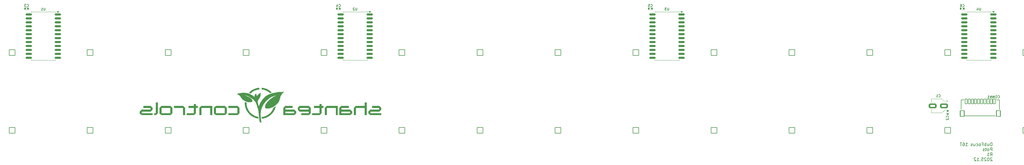
<source format=gbo>
G04 #@! TF.GenerationSoftware,KiCad,Pcbnew,9.0.6*
G04 #@! TF.CreationDate,2025-12-16T13:31:53+01:00*
G04 #@! TF.ProjectId,Pots,506f7473-2e6b-4696-9361-645f70636258,rev?*
G04 #@! TF.SameCoordinates,Original*
G04 #@! TF.FileFunction,Legend,Bot*
G04 #@! TF.FilePolarity,Positive*
%FSLAX46Y46*%
G04 Gerber Fmt 4.6, Leading zero omitted, Abs format (unit mm)*
G04 Created by KiCad (PCBNEW 9.0.6) date 2025-12-16 13:31:53*
%MOMM*%
%LPD*%
G01*
G04 APERTURE LIST*
G04 Aperture macros list*
%AMRoundRect*
0 Rectangle with rounded corners*
0 $1 Rounding radius*
0 $2 $3 $4 $5 $6 $7 $8 $9 X,Y pos of 4 corners*
0 Add a 4 corners polygon primitive as box body*
4,1,4,$2,$3,$4,$5,$6,$7,$8,$9,$2,$3,0*
0 Add four circle primitives for the rounded corners*
1,1,$1+$1,$2,$3*
1,1,$1+$1,$4,$5*
1,1,$1+$1,$6,$7*
1,1,$1+$1,$8,$9*
0 Add four rect primitives between the rounded corners*
20,1,$1+$1,$2,$3,$4,$5,0*
20,1,$1+$1,$4,$5,$6,$7,0*
20,1,$1+$1,$6,$7,$8,$9,0*
20,1,$1+$1,$8,$9,$2,$3,0*%
G04 Aperture macros list end*
%ADD10C,0.060000*%
%ADD11C,0.150000*%
%ADD12C,0.120000*%
%ADD13C,0.152400*%
%ADD14C,4.000000*%
%ADD15RoundRect,0.050800X0.930200X0.930200X-0.930200X0.930200X-0.930200X-0.930200X0.930200X-0.930200X0*%
%ADD16C,1.962000*%
%ADD17C,3.217600*%
%ADD18RoundRect,0.150000X0.875000X0.150000X-0.875000X0.150000X-0.875000X-0.150000X0.875000X-0.150000X0*%
%ADD19RoundRect,0.140000X-0.140000X-0.170000X0.140000X-0.170000X0.140000X0.170000X-0.140000X0.170000X0*%
%ADD20RoundRect,0.250000X1.050000X0.550000X-1.050000X0.550000X-1.050000X-0.550000X1.050000X-0.550000X0*%
%ADD21RoundRect,0.140000X-0.170000X0.140000X-0.170000X-0.140000X0.170000X-0.140000X0.170000X0.140000X0*%
%ADD22RoundRect,0.102000X-0.330200X-0.774700X0.330200X-0.774700X0.330200X0.774700X-0.330200X0.774700X0*%
%ADD23RoundRect,0.102000X-0.647700X-0.952500X0.647700X-0.952500X0.647700X0.952500X-0.647700X0.952500X0*%
G04 APERTURE END LIST*
D10*
X264620208Y-220150589D02*
X264626236Y-220148710D01*
X264632293Y-220146865D01*
X264644378Y-220143197D01*
X264620208Y-220150589D01*
G36*
X264620208Y-220150589D02*
G01*
X264626236Y-220148710D01*
X264632293Y-220146865D01*
X264644378Y-220143197D01*
X264620208Y-220150589D01*
G37*
X260650447Y-218782126D02*
X260452214Y-218804975D01*
X260256682Y-218836345D01*
X260064042Y-218876043D01*
X259874483Y-218923873D01*
X259688195Y-218979640D01*
X259505369Y-219043148D01*
X259326193Y-219114204D01*
X259150859Y-219192611D01*
X258979556Y-219278175D01*
X258812473Y-219370701D01*
X258649802Y-219469994D01*
X258491731Y-219575859D01*
X258338452Y-219688101D01*
X258190153Y-219806524D01*
X258047025Y-219930934D01*
X257909257Y-220061136D01*
X257851411Y-220035361D01*
X257793420Y-220010346D01*
X257735280Y-219986095D01*
X257676986Y-219962609D01*
X257618535Y-219939894D01*
X257559922Y-219917953D01*
X257501143Y-219896788D01*
X257442192Y-219876404D01*
X257599082Y-219716106D01*
X257762996Y-219562944D01*
X257933676Y-219417183D01*
X258110863Y-219279088D01*
X258294298Y-219148926D01*
X258483722Y-219026960D01*
X258678877Y-218913456D01*
X258879504Y-218808680D01*
X259085344Y-218712897D01*
X259296138Y-218626371D01*
X259511627Y-218549369D01*
X259731553Y-218482155D01*
X259955657Y-218424995D01*
X260183680Y-218378154D01*
X260415363Y-218341896D01*
X260650447Y-218316488D01*
X260650447Y-218782126D01*
G36*
X260650447Y-218782126D02*
G01*
X260452214Y-218804975D01*
X260256682Y-218836345D01*
X260064042Y-218876043D01*
X259874483Y-218923873D01*
X259688195Y-218979640D01*
X259505369Y-219043148D01*
X259326193Y-219114204D01*
X259150859Y-219192611D01*
X258979556Y-219278175D01*
X258812473Y-219370701D01*
X258649802Y-219469994D01*
X258491731Y-219575859D01*
X258338452Y-219688101D01*
X258190153Y-219806524D01*
X258047025Y-219930934D01*
X257909257Y-220061136D01*
X257851411Y-220035361D01*
X257793420Y-220010346D01*
X257735280Y-219986095D01*
X257676986Y-219962609D01*
X257618535Y-219939894D01*
X257559922Y-219917953D01*
X257501143Y-219896788D01*
X257442192Y-219876404D01*
X257599082Y-219716106D01*
X257762996Y-219562944D01*
X257933676Y-219417183D01*
X258110863Y-219279088D01*
X258294298Y-219148926D01*
X258483722Y-219026960D01*
X258678877Y-218913456D01*
X258879504Y-218808680D01*
X259085344Y-218712897D01*
X259296138Y-218626371D01*
X259511627Y-218549369D01*
X259731553Y-218482155D01*
X259955657Y-218424995D01*
X260183680Y-218378154D01*
X260415363Y-218341896D01*
X260650447Y-218316488D01*
X260650447Y-218782126D01*
G37*
X249647003Y-227081165D02*
X246745756Y-227081165D01*
X246165550Y-226502179D01*
X246165550Y-224765000D01*
X246745756Y-224765000D01*
X246745756Y-226502179D01*
X249647003Y-226502179D01*
X249647003Y-224765000D01*
X246745756Y-224765000D01*
X246165550Y-224765000D01*
X246745756Y-224186014D01*
X249647003Y-224186014D01*
X250227283Y-224765000D01*
X250227283Y-226502179D01*
X249647003Y-227081165D01*
G36*
X249647003Y-227081165D02*
G01*
X246745756Y-227081165D01*
X246165550Y-226502179D01*
X246165550Y-224765000D01*
X246745756Y-224765000D01*
X246745756Y-226502179D01*
X249647003Y-226502179D01*
X249647003Y-224765000D01*
X246745756Y-224765000D01*
X246165550Y-224765000D01*
X246745756Y-224186014D01*
X249647003Y-224186014D01*
X250227283Y-224765000D01*
X250227283Y-226502179D01*
X249647003Y-227081165D01*
G37*
X277136419Y-226502179D02*
X276556139Y-227081165D01*
X276556139Y-227081164D01*
X274235250Y-227081164D01*
X274235250Y-226502179D01*
X276556139Y-226502179D01*
X276556139Y-225923044D01*
X273654970Y-225923044D01*
X273074691Y-225344059D01*
X273074691Y-224765000D01*
X273654970Y-224765000D01*
X273654970Y-225344059D01*
X276556139Y-225344059D01*
X276556139Y-224765000D01*
X273654970Y-224765000D01*
X273074691Y-224765000D01*
X273654970Y-224186014D01*
X276556139Y-224186014D01*
X277136419Y-224765000D01*
X277136419Y-225344059D01*
X277136419Y-226502179D01*
G36*
X277136419Y-226502179D02*
G01*
X276556139Y-227081165D01*
X276556139Y-227081164D01*
X274235250Y-227081164D01*
X274235250Y-226502179D01*
X276556139Y-226502179D01*
X276556139Y-225923044D01*
X273654970Y-225923044D01*
X273074691Y-225344059D01*
X273074691Y-224765000D01*
X273654970Y-224765000D01*
X273654970Y-225344059D01*
X276556139Y-225344059D01*
X276556139Y-224765000D01*
X273654970Y-224765000D01*
X273074691Y-224765000D01*
X273654970Y-224186014D01*
X276556139Y-224186014D01*
X277136419Y-224765000D01*
X277136419Y-225344059D01*
X277136419Y-226502179D01*
G37*
X254289006Y-224765000D02*
X254289006Y-226502179D01*
X253708726Y-227081165D01*
X250807484Y-227081165D01*
X250807484Y-226502179D01*
X253708726Y-226502179D01*
X253708726Y-224765000D01*
X250807484Y-224765000D01*
X250807484Y-224186014D01*
X253708726Y-224186014D01*
X254289006Y-224765000D01*
G36*
X254289006Y-224765000D02*
G01*
X254289006Y-226502179D01*
X253708726Y-227081165D01*
X250807484Y-227081165D01*
X250807484Y-226502179D01*
X253708726Y-226502179D01*
X253708726Y-224765000D01*
X250807484Y-224765000D01*
X250807484Y-224186014D01*
X253708726Y-224186014D01*
X254289006Y-224765000D01*
G37*
X256169614Y-222939026D02*
X256225420Y-222962714D01*
X256281858Y-222985724D01*
X256338895Y-223008023D01*
X256396500Y-223029576D01*
X256454642Y-223050350D01*
X256513288Y-223070309D01*
X256572409Y-223089421D01*
X256568945Y-223172743D01*
X256567670Y-223214512D01*
X256567301Y-223235458D01*
X256567168Y-223256456D01*
X256571930Y-223464454D01*
X256586080Y-223670042D01*
X256609407Y-223873016D01*
X256641705Y-224073167D01*
X256682766Y-224270288D01*
X256732380Y-224464172D01*
X256790341Y-224654613D01*
X256856439Y-224841402D01*
X256930467Y-225024333D01*
X257012217Y-225203199D01*
X257101480Y-225377792D01*
X257198049Y-225547906D01*
X257301715Y-225713333D01*
X257412270Y-225873866D01*
X257529507Y-226029298D01*
X257653216Y-226179422D01*
X257783190Y-226324030D01*
X257919221Y-226462916D01*
X258061100Y-226595872D01*
X258208620Y-226722692D01*
X258361572Y-226843168D01*
X258519748Y-226957093D01*
X258682941Y-227064259D01*
X258850941Y-227164461D01*
X259023542Y-227257490D01*
X259200534Y-227343139D01*
X259381709Y-227421202D01*
X259566861Y-227491471D01*
X259755779Y-227553739D01*
X259948257Y-227607799D01*
X260144087Y-227653444D01*
X260343059Y-227690466D01*
X260371846Y-227932319D01*
X260398952Y-228167901D01*
X260173456Y-228132039D01*
X259951420Y-228086174D01*
X259733086Y-228030548D01*
X259518697Y-227965401D01*
X259308496Y-227890976D01*
X259102725Y-227807514D01*
X258901627Y-227715256D01*
X258705443Y-227614443D01*
X258514418Y-227505318D01*
X258328793Y-227388122D01*
X258148810Y-227263095D01*
X257974714Y-227130481D01*
X257806745Y-226990519D01*
X257645147Y-226843452D01*
X257490161Y-226689521D01*
X257342032Y-226528967D01*
X257201001Y-226362032D01*
X257067311Y-226188957D01*
X256941204Y-226009984D01*
X256822923Y-225825354D01*
X256712711Y-225635309D01*
X256610810Y-225440090D01*
X256517462Y-225239939D01*
X256432911Y-225035097D01*
X256357398Y-224825805D01*
X256291167Y-224612305D01*
X256234460Y-224394838D01*
X256187519Y-224173646D01*
X256150587Y-223948971D01*
X256123907Y-223721053D01*
X256107721Y-223490134D01*
X256102272Y-223256456D01*
X256103062Y-223170484D01*
X256105397Y-223084848D01*
X256109218Y-222999576D01*
X256114471Y-222914695D01*
X256169614Y-222939026D01*
G36*
X256169614Y-222939026D02*
G01*
X256225420Y-222962714D01*
X256281858Y-222985724D01*
X256338895Y-223008023D01*
X256396500Y-223029576D01*
X256454642Y-223050350D01*
X256513288Y-223070309D01*
X256572409Y-223089421D01*
X256568945Y-223172743D01*
X256567670Y-223214512D01*
X256567301Y-223235458D01*
X256567168Y-223256456D01*
X256571930Y-223464454D01*
X256586080Y-223670042D01*
X256609407Y-223873016D01*
X256641705Y-224073167D01*
X256682766Y-224270288D01*
X256732380Y-224464172D01*
X256790341Y-224654613D01*
X256856439Y-224841402D01*
X256930467Y-225024333D01*
X257012217Y-225203199D01*
X257101480Y-225377792D01*
X257198049Y-225547906D01*
X257301715Y-225713333D01*
X257412270Y-225873866D01*
X257529507Y-226029298D01*
X257653216Y-226179422D01*
X257783190Y-226324030D01*
X257919221Y-226462916D01*
X258061100Y-226595872D01*
X258208620Y-226722692D01*
X258361572Y-226843168D01*
X258519748Y-226957093D01*
X258682941Y-227064259D01*
X258850941Y-227164461D01*
X259023542Y-227257490D01*
X259200534Y-227343139D01*
X259381709Y-227421202D01*
X259566861Y-227491471D01*
X259755779Y-227553739D01*
X259948257Y-227607799D01*
X260144087Y-227653444D01*
X260343059Y-227690466D01*
X260371846Y-227932319D01*
X260398952Y-228167901D01*
X260173456Y-228132039D01*
X259951420Y-228086174D01*
X259733086Y-228030548D01*
X259518697Y-227965401D01*
X259308496Y-227890976D01*
X259102725Y-227807514D01*
X258901627Y-227715256D01*
X258705443Y-227614443D01*
X258514418Y-227505318D01*
X258328793Y-227388122D01*
X258148810Y-227263095D01*
X257974714Y-227130481D01*
X257806745Y-226990519D01*
X257645147Y-226843452D01*
X257490161Y-226689521D01*
X257342032Y-226528967D01*
X257201001Y-226362032D01*
X257067311Y-226188957D01*
X256941204Y-226009984D01*
X256822923Y-225825354D01*
X256712711Y-225635309D01*
X256610810Y-225440090D01*
X256517462Y-225239939D01*
X256432911Y-225035097D01*
X256357398Y-224825805D01*
X256291167Y-224612305D01*
X256234460Y-224394838D01*
X256187519Y-224173646D01*
X256150587Y-223948971D01*
X256123907Y-223721053D01*
X256107721Y-223490134D01*
X256102272Y-223256456D01*
X256103062Y-223170484D01*
X256105397Y-223084848D01*
X256109218Y-222999576D01*
X256114471Y-222914695D01*
X256169614Y-222939026D01*
G37*
X271914210Y-227081165D02*
X268432688Y-227081165D01*
X268432688Y-225923045D01*
X269012965Y-225923045D01*
X269012965Y-226502179D01*
X271914210Y-226502179D01*
X271914210Y-225923045D01*
X269012965Y-225923045D01*
X268432688Y-225923045D01*
X268432688Y-224765000D01*
X269012965Y-224186015D01*
X271333932Y-224186015D01*
X271333932Y-224765000D01*
X269012965Y-224765000D01*
X269012965Y-225344060D01*
X271914210Y-225344060D01*
X272494414Y-225923045D01*
X272494414Y-226502179D01*
X271914210Y-227081165D01*
G36*
X271914210Y-227081165D02*
G01*
X268432688Y-227081165D01*
X268432688Y-225923045D01*
X269012965Y-225923045D01*
X269012965Y-226502179D01*
X271914210Y-226502179D01*
X271914210Y-225923045D01*
X269012965Y-225923045D01*
X268432688Y-225923045D01*
X268432688Y-224765000D01*
X269012965Y-224186015D01*
X271333932Y-224186015D01*
X271333932Y-224765000D01*
X269012965Y-224765000D01*
X269012965Y-225344060D01*
X271914210Y-225344060D01*
X272494414Y-225923045D01*
X272494414Y-226502179D01*
X271914210Y-227081165D01*
G37*
X240363066Y-224186014D02*
X240943346Y-224186014D01*
X240943346Y-224765000D01*
X240363066Y-224765000D01*
X240363066Y-226502179D01*
X239782791Y-227081165D01*
X237461824Y-227081165D01*
X237461824Y-226502179D01*
X239782791Y-226502179D01*
X239782791Y-224765000D01*
X238042103Y-224765000D01*
X238042103Y-224186014D01*
X239782791Y-224186014D01*
X239782791Y-223607029D01*
X240363066Y-223607029D01*
X240363066Y-224186014D01*
G36*
X240363066Y-224186014D02*
G01*
X240943346Y-224186014D01*
X240943346Y-224765000D01*
X240363066Y-224765000D01*
X240363066Y-226502179D01*
X239782791Y-227081165D01*
X237461824Y-227081165D01*
X237461824Y-226502179D01*
X239782791Y-226502179D01*
X239782791Y-224765000D01*
X238042103Y-224765000D01*
X238042103Y-224186014D01*
X239782791Y-224186014D01*
X239782791Y-223607029D01*
X240363066Y-223607029D01*
X240363066Y-224186014D01*
G37*
X295124084Y-227081164D02*
X294543805Y-227081164D01*
X294543805Y-224764999D01*
X291642637Y-224764999D01*
X291642637Y-227081164D01*
X291062358Y-227081164D01*
X291062358Y-224764999D01*
X291642637Y-224186014D01*
X294543805Y-224186014D01*
X294543805Y-223027969D01*
X295124084Y-223027969D01*
X295124084Y-227081164D01*
G36*
X295124084Y-227081164D02*
G01*
X294543805Y-227081164D01*
X294543805Y-224764999D01*
X291642637Y-224764999D01*
X291642637Y-227081164D01*
X291062358Y-227081164D01*
X291062358Y-224764999D01*
X291642637Y-224186014D01*
X294543805Y-224186014D01*
X294543805Y-223027969D01*
X295124084Y-223027969D01*
X295124084Y-227081164D01*
G37*
X245585280Y-227081165D02*
X245005000Y-227081165D01*
X245005000Y-224765000D01*
X242103831Y-224765000D01*
X242103831Y-227081165D01*
X241523552Y-227081165D01*
X241523552Y-224765000D01*
X242103831Y-224186014D01*
X245585280Y-224186014D01*
X245585280Y-227081165D01*
G36*
X245585280Y-227081165D02*
G01*
X245005000Y-227081165D01*
X245005000Y-224765000D01*
X242103831Y-224765000D01*
X242103831Y-227081165D01*
X241523552Y-227081165D01*
X241523552Y-224765000D01*
X242103831Y-224186014D01*
X245585280Y-224186014D01*
X245585280Y-227081165D01*
G37*
X299766014Y-224765000D02*
X299766014Y-225344060D01*
X299185810Y-225923045D01*
X296284567Y-225923045D01*
X296284567Y-226502179D01*
X299766014Y-226502179D01*
X299766014Y-227081165D01*
X296284567Y-227081165D01*
X295704288Y-226502179D01*
X295704288Y-225923045D01*
X296284567Y-225344060D01*
X299185810Y-225344060D01*
X299185810Y-224765000D01*
X296864770Y-224765000D01*
X296864770Y-224186015D01*
X299185810Y-224186015D01*
X299766014Y-224765000D01*
G36*
X299766014Y-224765000D02*
G01*
X299766014Y-225344060D01*
X299185810Y-225923045D01*
X296284567Y-225923045D01*
X296284567Y-226502179D01*
X299766014Y-226502179D01*
X299766014Y-227081165D01*
X296284567Y-227081165D01*
X295704288Y-226502179D01*
X295704288Y-225923045D01*
X296284567Y-225344060D01*
X299185810Y-225344060D01*
X299185810Y-224765000D01*
X296864770Y-224765000D01*
X296864770Y-224186015D01*
X299185810Y-224186015D01*
X299766014Y-224765000D01*
G37*
X232239615Y-227081165D02*
X229338446Y-227081165D01*
X228758166Y-226502179D01*
X228758166Y-224765000D01*
X229338446Y-224765000D01*
X229338446Y-226502179D01*
X232239615Y-226502179D01*
X232239615Y-224765000D01*
X229338446Y-224765000D01*
X228758166Y-224765000D01*
X229338446Y-224186014D01*
X232239615Y-224186014D01*
X232819821Y-224765000D01*
X232819821Y-226502179D01*
X232239615Y-227081165D01*
G36*
X232239615Y-227081165D02*
G01*
X229338446Y-227081165D01*
X228758166Y-226502179D01*
X228758166Y-224765000D01*
X229338446Y-224765000D01*
X229338446Y-226502179D01*
X232239615Y-226502179D01*
X232239615Y-224765000D01*
X229338446Y-224765000D01*
X228758166Y-224765000D01*
X229338446Y-224186014D01*
X232239615Y-224186014D01*
X232819821Y-224765000D01*
X232819821Y-226502179D01*
X232239615Y-227081165D01*
G37*
X265875705Y-224511526D02*
X265821351Y-224702732D01*
X265759594Y-224890734D01*
X265690603Y-225075362D01*
X265614545Y-225256449D01*
X265531589Y-225433826D01*
X265441905Y-225607326D01*
X265345661Y-225776780D01*
X265243025Y-225942021D01*
X265134167Y-226102879D01*
X265019255Y-226259188D01*
X264898458Y-226410778D01*
X264771945Y-226557482D01*
X264639883Y-226699131D01*
X264502443Y-226835558D01*
X264359793Y-226966594D01*
X264212101Y-227092071D01*
X264059536Y-227211821D01*
X263902267Y-227325677D01*
X263740462Y-227433469D01*
X263574291Y-227535029D01*
X263403922Y-227630190D01*
X263229523Y-227718784D01*
X263051264Y-227800641D01*
X262869314Y-227875595D01*
X262683840Y-227943477D01*
X262495011Y-228004119D01*
X262302997Y-228057352D01*
X262107966Y-228103009D01*
X261910087Y-228140921D01*
X261709528Y-228170921D01*
X261506458Y-228192840D01*
X261496551Y-228075151D01*
X261487470Y-227959191D01*
X261479204Y-227844617D01*
X261471739Y-227731086D01*
X261806426Y-227688785D01*
X262133058Y-227622426D01*
X262450704Y-227532941D01*
X262758429Y-227421262D01*
X263055299Y-227288324D01*
X263340381Y-227135057D01*
X263612743Y-226962394D01*
X263871449Y-226771269D01*
X264115566Y-226562613D01*
X264344162Y-226337360D01*
X264556302Y-226096441D01*
X264751053Y-225840790D01*
X264927481Y-225571338D01*
X265084653Y-225289019D01*
X265221635Y-224994765D01*
X265337494Y-224689509D01*
X265413205Y-224646836D01*
X265488235Y-224602966D01*
X265562555Y-224557946D01*
X265636135Y-224511824D01*
X265708948Y-224464649D01*
X265780963Y-224416468D01*
X265852152Y-224367330D01*
X265922486Y-224317283D01*
X265875705Y-224511526D01*
G36*
X265875705Y-224511526D02*
G01*
X265821351Y-224702732D01*
X265759594Y-224890734D01*
X265690603Y-225075362D01*
X265614545Y-225256449D01*
X265531589Y-225433826D01*
X265441905Y-225607326D01*
X265345661Y-225776780D01*
X265243025Y-225942021D01*
X265134167Y-226102879D01*
X265019255Y-226259188D01*
X264898458Y-226410778D01*
X264771945Y-226557482D01*
X264639883Y-226699131D01*
X264502443Y-226835558D01*
X264359793Y-226966594D01*
X264212101Y-227092071D01*
X264059536Y-227211821D01*
X263902267Y-227325677D01*
X263740462Y-227433469D01*
X263574291Y-227535029D01*
X263403922Y-227630190D01*
X263229523Y-227718784D01*
X263051264Y-227800641D01*
X262869314Y-227875595D01*
X262683840Y-227943477D01*
X262495011Y-228004119D01*
X262302997Y-228057352D01*
X262107966Y-228103009D01*
X261910087Y-228140921D01*
X261709528Y-228170921D01*
X261506458Y-228192840D01*
X261496551Y-228075151D01*
X261487470Y-227959191D01*
X261479204Y-227844617D01*
X261471739Y-227731086D01*
X261806426Y-227688785D01*
X262133058Y-227622426D01*
X262450704Y-227532941D01*
X262758429Y-227421262D01*
X263055299Y-227288324D01*
X263340381Y-227135057D01*
X263612743Y-226962394D01*
X263871449Y-226771269D01*
X264115566Y-226562613D01*
X264344162Y-226337360D01*
X264556302Y-226096441D01*
X264751053Y-225840790D01*
X264927481Y-225571338D01*
X265084653Y-225289019D01*
X265221635Y-224994765D01*
X265337494Y-224689509D01*
X265413205Y-224646836D01*
X265488235Y-224602966D01*
X265562555Y-224557946D01*
X265636135Y-224511824D01*
X265708948Y-224464649D01*
X265780963Y-224416468D01*
X265852152Y-224367330D01*
X265922486Y-224317283D01*
X265875705Y-224511526D01*
G37*
X228177887Y-226502179D02*
X227597612Y-227081165D01*
X227017406Y-227081165D01*
X227017406Y-226502179D01*
X227597612Y-226502179D01*
X227597612Y-223027969D01*
X228177887Y-223027969D01*
X228177887Y-226502179D01*
G36*
X228177887Y-226502179D02*
G01*
X227597612Y-227081165D01*
X227017406Y-227081165D01*
X227017406Y-226502179D01*
X227597612Y-226502179D01*
X227597612Y-223027969D01*
X228177887Y-223027969D01*
X228177887Y-226502179D01*
G37*
X236881622Y-224765000D02*
X236881622Y-227081165D01*
X236301343Y-227081165D01*
X236301343Y-224765000D01*
X233400101Y-224765000D01*
X233400101Y-224186014D01*
X236301343Y-224186014D01*
X236881622Y-224765000D01*
G36*
X236881622Y-224765000D02*
G01*
X236881622Y-227081165D01*
X236301343Y-227081165D01*
X236301343Y-224765000D01*
X233400101Y-224765000D01*
X233400101Y-224186014D01*
X236301343Y-224186014D01*
X236881622Y-224765000D01*
G37*
X226437135Y-224765000D02*
X226437135Y-225344060D01*
X225856929Y-225923045D01*
X222955687Y-225923045D01*
X222955687Y-226502179D01*
X226437131Y-226502179D01*
X226437131Y-227081165D01*
X222955687Y-227081165D01*
X222375407Y-226502179D01*
X222375407Y-225923045D01*
X222955687Y-225344060D01*
X225856929Y-225344060D01*
X225856929Y-224765000D01*
X223535889Y-224765000D01*
X223535889Y-224186015D01*
X225856929Y-224186015D01*
X226437135Y-224765000D01*
G36*
X226437135Y-224765000D02*
G01*
X226437135Y-225344060D01*
X225856929Y-225923045D01*
X222955687Y-225923045D01*
X222955687Y-226502179D01*
X226437131Y-226502179D01*
X226437131Y-227081165D01*
X222955687Y-227081165D01*
X222375407Y-226502179D01*
X222375407Y-225923045D01*
X222955687Y-225344060D01*
X225856929Y-225344060D01*
X225856929Y-224765000D01*
X223535889Y-224765000D01*
X223535889Y-224186015D01*
X225856929Y-224186015D01*
X226437135Y-224765000D01*
G37*
X289901801Y-227081165D02*
X286420352Y-227081165D01*
X286420352Y-225923045D01*
X287000632Y-225923045D01*
X287000632Y-226502179D01*
X289901801Y-226502179D01*
X289901801Y-225923045D01*
X287000632Y-225923045D01*
X286420352Y-225923045D01*
X286420352Y-224765000D01*
X287000632Y-224186015D01*
X289321597Y-224186015D01*
X289321597Y-224765000D01*
X287000632Y-224765000D01*
X287000632Y-225344060D01*
X289901801Y-225344060D01*
X290482154Y-225923045D01*
X290482154Y-226502179D01*
X289901801Y-227081165D01*
G36*
X289901801Y-227081165D02*
G01*
X286420352Y-227081165D01*
X286420352Y-225923045D01*
X287000632Y-225923045D01*
X287000632Y-226502179D01*
X289901801Y-226502179D01*
X289901801Y-225923045D01*
X287000632Y-225923045D01*
X286420352Y-225923045D01*
X286420352Y-224765000D01*
X287000632Y-224186015D01*
X289321597Y-224186015D01*
X289321597Y-224765000D01*
X287000632Y-224765000D01*
X287000632Y-225344060D01*
X289901801Y-225344060D01*
X290482154Y-225923045D01*
X290482154Y-226502179D01*
X289901801Y-227081165D01*
G37*
X264562282Y-220168854D02*
X264504797Y-220187392D01*
X264447776Y-220206252D01*
X264391239Y-220225483D01*
X264447766Y-220206231D01*
X264504770Y-220187336D01*
X264562251Y-220168791D01*
X264620207Y-220150589D01*
X264562282Y-220168854D01*
G36*
X264562282Y-220168854D02*
G01*
X264504797Y-220187392D01*
X264447776Y-220206252D01*
X264391239Y-220225483D01*
X264447766Y-220206231D01*
X264504770Y-220187336D01*
X264562251Y-220168791D01*
X264620207Y-220150589D01*
X264562282Y-220168854D01*
G37*
X257758233Y-220373665D02*
X257859082Y-220420436D01*
X257959314Y-220469664D01*
X258058982Y-220521357D01*
X258158138Y-220575520D01*
X258256835Y-220632160D01*
X258355126Y-220691281D01*
X258453063Y-220752890D01*
X258550700Y-220816993D01*
X258648089Y-220883596D01*
X258745282Y-220952705D01*
X258842333Y-221024325D01*
X259036219Y-221175123D01*
X259230167Y-221336039D01*
X259255728Y-220957945D01*
X259262942Y-220876340D01*
X259272197Y-220799041D01*
X259284351Y-220725619D01*
X259300259Y-220655643D01*
X259320778Y-220588684D01*
X259346764Y-220524310D01*
X259362074Y-220492959D01*
X259379072Y-220462093D01*
X259397866Y-220431658D01*
X259418561Y-220401601D01*
X259441264Y-220371868D01*
X259466084Y-220342404D01*
X259493127Y-220313158D01*
X259522500Y-220284073D01*
X259554310Y-220255098D01*
X259588663Y-220226177D01*
X259665431Y-220168286D01*
X259925152Y-221018769D01*
X260039928Y-220874903D01*
X260164526Y-220726366D01*
X260230579Y-220651750D01*
X260299173Y-220577651D01*
X260370335Y-220504631D01*
X260444094Y-220433250D01*
X260520478Y-220364071D01*
X260599517Y-220297655D01*
X260681237Y-220234564D01*
X260765667Y-220175359D01*
X260852836Y-220120601D01*
X260942772Y-220070854D01*
X261035503Y-220026677D01*
X261082926Y-220006853D01*
X261131058Y-219988632D01*
X261125385Y-220190047D01*
X261112523Y-220377410D01*
X261093047Y-220551496D01*
X261067531Y-220713075D01*
X261036550Y-220862923D01*
X261000678Y-221001811D01*
X260960490Y-221130512D01*
X260916560Y-221249800D01*
X260869463Y-221360448D01*
X260819773Y-221463228D01*
X260714914Y-221648277D01*
X260606579Y-221811132D01*
X260499364Y-221957977D01*
X260397866Y-222094995D01*
X260306680Y-222228371D01*
X260230402Y-222364287D01*
X260199291Y-222435131D01*
X260173630Y-222508929D01*
X260153995Y-222586454D01*
X260140959Y-222668479D01*
X260135098Y-222755777D01*
X260136985Y-222849122D01*
X260147197Y-222949286D01*
X260166306Y-223057041D01*
X260194887Y-223173162D01*
X260233516Y-223298421D01*
X260280704Y-223448425D01*
X260322144Y-223598836D01*
X260359340Y-223750092D01*
X260393796Y-223902626D01*
X260460509Y-224213276D01*
X260495776Y-224372263D01*
X260534321Y-224534272D01*
X260688024Y-224110597D01*
X260849598Y-223710064D01*
X261019852Y-223332125D01*
X261199596Y-222976232D01*
X261389638Y-222641835D01*
X261590789Y-222328388D01*
X261803857Y-222035342D01*
X262029651Y-221762148D01*
X262268980Y-221508258D01*
X262522654Y-221273124D01*
X262791482Y-221056197D01*
X263076272Y-220856929D01*
X263377834Y-220674772D01*
X263696977Y-220509178D01*
X264034511Y-220359597D01*
X264391244Y-220225483D01*
X264447781Y-220206252D01*
X264504802Y-220187392D01*
X264562286Y-220168854D01*
X264620212Y-220150589D01*
X264644382Y-220143197D01*
X264701547Y-220125846D01*
X264759139Y-220108775D01*
X264817193Y-220092039D01*
X264875745Y-220075696D01*
X265256363Y-219979965D01*
X265656397Y-219896435D01*
X266076560Y-219824668D01*
X266517567Y-219764223D01*
X266980131Y-219714659D01*
X267464965Y-219675538D01*
X267972785Y-219646418D01*
X268504303Y-219626859D01*
X268502665Y-219629659D01*
X268500955Y-219632338D01*
X268499177Y-219634909D01*
X268497339Y-219637383D01*
X268493502Y-219642088D01*
X268489490Y-219646548D01*
X268472623Y-219663793D01*
X268468432Y-219668424D01*
X268464346Y-219673369D01*
X268462355Y-219675990D01*
X268460408Y-219678724D01*
X268458511Y-219681583D01*
X268456667Y-219684580D01*
X268454885Y-219687725D01*
X268453169Y-219691032D01*
X268451525Y-219694510D01*
X268449959Y-219698172D01*
X268448477Y-219702030D01*
X268447085Y-219706095D01*
X268445788Y-219710380D01*
X268444592Y-219714894D01*
X267936145Y-220299405D01*
X267866580Y-220390624D01*
X267802683Y-220479627D01*
X267690607Y-220651496D01*
X267597338Y-220816030D01*
X267520299Y-220974249D01*
X267456911Y-221127168D01*
X267404597Y-221275807D01*
X267360778Y-221421182D01*
X267322878Y-221564312D01*
X267254519Y-221847906D01*
X267218905Y-221990407D01*
X267178897Y-222134732D01*
X267131917Y-222281902D01*
X267075388Y-222432932D01*
X267006732Y-222588841D01*
X266923370Y-222750647D01*
X266883499Y-222820044D01*
X266840983Y-222889310D01*
X266795892Y-222958391D01*
X266748295Y-223027231D01*
X266698260Y-223095772D01*
X266645856Y-223163959D01*
X266591152Y-223231736D01*
X266534216Y-223299046D01*
X266475119Y-223365835D01*
X266413928Y-223432044D01*
X266350712Y-223497620D01*
X266285540Y-223562504D01*
X266218481Y-223626642D01*
X266149604Y-223689976D01*
X266078978Y-223752452D01*
X266006671Y-223814012D01*
X265943599Y-223865823D01*
X265879386Y-223916852D01*
X265814069Y-223967073D01*
X265747687Y-224016459D01*
X265680278Y-224064984D01*
X265611878Y-224112621D01*
X265542527Y-224159345D01*
X265472262Y-224205129D01*
X265311693Y-224304164D01*
X265147301Y-224397810D01*
X264979530Y-224485640D01*
X264808823Y-224567229D01*
X264722506Y-224605549D01*
X264635621Y-224642149D01*
X264548224Y-224676976D01*
X264460369Y-224709977D01*
X264372112Y-224741097D01*
X264283508Y-224770284D01*
X264194613Y-224797484D01*
X264105482Y-224822645D01*
X263972386Y-224857045D01*
X263846462Y-224886417D01*
X263727553Y-224910895D01*
X263615502Y-224930616D01*
X263510149Y-224945717D01*
X263411338Y-224956335D01*
X263318910Y-224962605D01*
X263232708Y-224964665D01*
X263115947Y-224960245D01*
X263012087Y-224947279D01*
X262920626Y-224926210D01*
X262841062Y-224897483D01*
X262772893Y-224861540D01*
X262715616Y-224818824D01*
X262668728Y-224769780D01*
X262631727Y-224714849D01*
X262604112Y-224654475D01*
X262585379Y-224589102D01*
X262575026Y-224519172D01*
X262572552Y-224445130D01*
X262577452Y-224367417D01*
X262589226Y-224286478D01*
X262607371Y-224202756D01*
X262631383Y-224116693D01*
X262660762Y-224028734D01*
X262695005Y-223939321D01*
X262733609Y-223848898D01*
X262776072Y-223757907D01*
X262870565Y-223575998D01*
X262974465Y-223397140D01*
X263083754Y-223224877D01*
X263194412Y-223062758D01*
X263302420Y-222914326D01*
X263403760Y-222783129D01*
X263581639Y-222572094D01*
X263763971Y-222378374D01*
X263949760Y-222200615D01*
X264138006Y-222037462D01*
X264327712Y-221887559D01*
X264517879Y-221749553D01*
X264707509Y-221622088D01*
X264895604Y-221503811D01*
X265263196Y-221289399D01*
X265612669Y-221095479D01*
X265936037Y-220911214D01*
X266085436Y-220819316D01*
X266225315Y-220725767D01*
X266000348Y-220759407D01*
X265774135Y-220806799D01*
X265547216Y-220867561D01*
X265320132Y-220941307D01*
X265093425Y-221027654D01*
X264867636Y-221126219D01*
X264643304Y-221236618D01*
X264420973Y-221358468D01*
X264201181Y-221491383D01*
X263984471Y-221634982D01*
X263771384Y-221788880D01*
X263562460Y-221952693D01*
X263358240Y-222126037D01*
X263159265Y-222308530D01*
X262966077Y-222499787D01*
X262779216Y-222699425D01*
X262599223Y-222907059D01*
X262426640Y-223122307D01*
X262262007Y-223344784D01*
X262105865Y-223574107D01*
X261958756Y-223809892D01*
X261821220Y-224051756D01*
X261693797Y-224299314D01*
X261577031Y-224552183D01*
X261471460Y-224809980D01*
X261377626Y-225072320D01*
X261296071Y-225338820D01*
X261227335Y-225609096D01*
X261171959Y-225882765D01*
X261130484Y-226159442D01*
X261103451Y-226438745D01*
X261091402Y-226720289D01*
X261096134Y-226924151D01*
X261112624Y-227238373D01*
X261169371Y-228059827D01*
X261181792Y-228212031D01*
X261238632Y-228908512D01*
X261297400Y-229508289D01*
X260863183Y-229206551D01*
X260701166Y-227749306D01*
X261118185Y-227749306D01*
X261129793Y-227977906D01*
X261143701Y-228212554D01*
X261158066Y-228212031D01*
X261148073Y-228093442D01*
X261138957Y-227977010D01*
X261130696Y-227862369D01*
X261123271Y-227749156D01*
X261118185Y-227749306D01*
X260701166Y-227749306D01*
X260698354Y-227724014D01*
X260588170Y-226872107D01*
X260452677Y-225994522D01*
X260286778Y-225127319D01*
X260190833Y-224708879D01*
X260085375Y-224306556D01*
X259969766Y-223924859D01*
X259843371Y-223568295D01*
X259705550Y-223241372D01*
X259555669Y-222948596D01*
X259506681Y-222867538D01*
X259450439Y-222783634D01*
X259317287Y-222608623D01*
X259158407Y-222426239D01*
X258975994Y-222239159D01*
X258772246Y-222050056D01*
X258549357Y-221861609D01*
X258309522Y-221676491D01*
X258054938Y-221497380D01*
X257787799Y-221326951D01*
X257510303Y-221167880D01*
X257224643Y-221022843D01*
X257079438Y-220956423D01*
X256933016Y-220894515D01*
X256785651Y-220837453D01*
X256637617Y-220785572D01*
X256489189Y-220739207D01*
X256340642Y-220698691D01*
X256192250Y-220664360D01*
X256044287Y-220636547D01*
X255897027Y-220615588D01*
X255750746Y-220601816D01*
X257301083Y-221302073D01*
X257539541Y-221434715D01*
X257765615Y-221578162D01*
X257972610Y-221732650D01*
X258066861Y-221814106D01*
X258153833Y-221898411D01*
X258232689Y-221985593D01*
X258302592Y-222075682D01*
X258362706Y-222168706D01*
X258412193Y-222264695D01*
X258450217Y-222363679D01*
X258475942Y-222465687D01*
X258488531Y-222570747D01*
X258487147Y-222678890D01*
X258432663Y-222707674D01*
X258377516Y-222734300D01*
X258321746Y-222758809D01*
X258265390Y-222781243D01*
X258208486Y-222801644D01*
X258151073Y-222820052D01*
X258093188Y-222836510D01*
X258034870Y-222851059D01*
X257976156Y-222863741D01*
X257917085Y-222874597D01*
X257857695Y-222883669D01*
X257798023Y-222890998D01*
X257738108Y-222896626D01*
X257677987Y-222900595D01*
X257617700Y-222902945D01*
X257557283Y-222903720D01*
X257495656Y-222902923D01*
X257433986Y-222900564D01*
X257372313Y-222896690D01*
X257310675Y-222891345D01*
X257249112Y-222884577D01*
X257187664Y-222876432D01*
X257065268Y-222856193D01*
X256943801Y-222830997D01*
X256823579Y-222801215D01*
X256704917Y-222767215D01*
X256588129Y-222729367D01*
X256533488Y-222710199D01*
X256479375Y-222690324D01*
X256425839Y-222669735D01*
X256372929Y-222648426D01*
X256370696Y-222647517D01*
X256368477Y-222646587D01*
X256364021Y-222644692D01*
X256311251Y-222622323D01*
X256259153Y-222599359D01*
X256207785Y-222575820D01*
X256157204Y-222551729D01*
X256061053Y-222503348D01*
X255968190Y-222453372D01*
X255878888Y-222402082D01*
X255793417Y-222349758D01*
X255712050Y-222296682D01*
X255635059Y-222243134D01*
X255562716Y-222189395D01*
X255495291Y-222135747D01*
X255413352Y-222066747D01*
X255340869Y-222002661D01*
X255276677Y-221942518D01*
X255219610Y-221885346D01*
X255168503Y-221830173D01*
X255122189Y-221776028D01*
X255079503Y-221721940D01*
X255039278Y-221666936D01*
X255000350Y-221610046D01*
X254961552Y-221550298D01*
X254879683Y-221418341D01*
X254784345Y-221263294D01*
X254728711Y-221174683D01*
X254666212Y-221077385D01*
X254632568Y-221026970D01*
X254599561Y-220980028D01*
X254567135Y-220936365D01*
X254535238Y-220895787D01*
X254503815Y-220858102D01*
X254472812Y-220823115D01*
X254442176Y-220790633D01*
X254411851Y-220760464D01*
X254381783Y-220732413D01*
X254351920Y-220706288D01*
X254292588Y-220659041D01*
X254233421Y-220617176D01*
X254173988Y-220579145D01*
X253924928Y-220434437D01*
X253857668Y-220392380D01*
X253787545Y-220344878D01*
X253714125Y-220290383D01*
X253636977Y-220227350D01*
X253923374Y-220162775D01*
X254201294Y-220106768D01*
X254471100Y-220059340D01*
X254733153Y-220020507D01*
X254987816Y-219990280D01*
X255235451Y-219968674D01*
X255476420Y-219955700D01*
X255711085Y-219951373D01*
X255909510Y-219954664D01*
X256103685Y-219964530D01*
X256293853Y-219980956D01*
X256480254Y-220003931D01*
X256663131Y-220033440D01*
X256842723Y-220069470D01*
X257019273Y-220112009D01*
X257193022Y-220161044D01*
X257251934Y-220179359D01*
X257310558Y-220198461D01*
X257368901Y-220218345D01*
X257426971Y-220239007D01*
X257484778Y-220260443D01*
X257542332Y-220282648D01*
X257599642Y-220305617D01*
X257656718Y-220329348D01*
X257656717Y-220329349D01*
X257656714Y-220329348D01*
X257655964Y-220330094D01*
X257598890Y-220306421D01*
X257541572Y-220283505D01*
X257484005Y-220261351D01*
X257426180Y-220239960D01*
X257368088Y-220219336D01*
X257309721Y-220199481D01*
X257251070Y-220180398D01*
X257192125Y-220162089D01*
X257192236Y-220161974D01*
X257192348Y-220161853D01*
X257192460Y-220161726D01*
X257192572Y-220161595D01*
X257192796Y-220161323D01*
X257193022Y-220161044D01*
X257193017Y-220161043D01*
X257192792Y-220161322D01*
X257192679Y-220161459D01*
X257192567Y-220161594D01*
X257192455Y-220161725D01*
X257192343Y-220161852D01*
X257192232Y-220161973D01*
X257192120Y-220162088D01*
X257251064Y-220180397D01*
X257309714Y-220199480D01*
X257368081Y-220219335D01*
X257426172Y-220239959D01*
X257483997Y-220261350D01*
X257541565Y-220283504D01*
X257598884Y-220306420D01*
X257655963Y-220330094D01*
X257655968Y-220330095D01*
X257655966Y-220330094D01*
X257655968Y-220330094D01*
X257656717Y-220329349D01*
X257658426Y-220330095D01*
X257758233Y-220373665D01*
G36*
X257758233Y-220373665D02*
G01*
X257859082Y-220420436D01*
X257959314Y-220469664D01*
X258058982Y-220521357D01*
X258158138Y-220575520D01*
X258256835Y-220632160D01*
X258355126Y-220691281D01*
X258453063Y-220752890D01*
X258550700Y-220816993D01*
X258648089Y-220883596D01*
X258745282Y-220952705D01*
X258842333Y-221024325D01*
X259036219Y-221175123D01*
X259230167Y-221336039D01*
X259255728Y-220957945D01*
X259262942Y-220876340D01*
X259272197Y-220799041D01*
X259284351Y-220725619D01*
X259300259Y-220655643D01*
X259320778Y-220588684D01*
X259346764Y-220524310D01*
X259362074Y-220492959D01*
X259379072Y-220462093D01*
X259397866Y-220431658D01*
X259418561Y-220401601D01*
X259441264Y-220371868D01*
X259466084Y-220342404D01*
X259493127Y-220313158D01*
X259522500Y-220284073D01*
X259554310Y-220255098D01*
X259588663Y-220226177D01*
X259665431Y-220168286D01*
X259925152Y-221018769D01*
X260039928Y-220874903D01*
X260164526Y-220726366D01*
X260230579Y-220651750D01*
X260299173Y-220577651D01*
X260370335Y-220504631D01*
X260444094Y-220433250D01*
X260520478Y-220364071D01*
X260599517Y-220297655D01*
X260681237Y-220234564D01*
X260765667Y-220175359D01*
X260852836Y-220120601D01*
X260942772Y-220070854D01*
X261035503Y-220026677D01*
X261082926Y-220006853D01*
X261131058Y-219988632D01*
X261125385Y-220190047D01*
X261112523Y-220377410D01*
X261093047Y-220551496D01*
X261067531Y-220713075D01*
X261036550Y-220862923D01*
X261000678Y-221001811D01*
X260960490Y-221130512D01*
X260916560Y-221249800D01*
X260869463Y-221360448D01*
X260819773Y-221463228D01*
X260714914Y-221648277D01*
X260606579Y-221811132D01*
X260499364Y-221957977D01*
X260397866Y-222094995D01*
X260306680Y-222228371D01*
X260230402Y-222364287D01*
X260199291Y-222435131D01*
X260173630Y-222508929D01*
X260153995Y-222586454D01*
X260140959Y-222668479D01*
X260135098Y-222755777D01*
X260136985Y-222849122D01*
X260147197Y-222949286D01*
X260166306Y-223057041D01*
X260194887Y-223173162D01*
X260233516Y-223298421D01*
X260280704Y-223448425D01*
X260322144Y-223598836D01*
X260359340Y-223750092D01*
X260393796Y-223902626D01*
X260460509Y-224213276D01*
X260495776Y-224372263D01*
X260534321Y-224534272D01*
X260688024Y-224110597D01*
X260849598Y-223710064D01*
X261019852Y-223332125D01*
X261199596Y-222976232D01*
X261389638Y-222641835D01*
X261590789Y-222328388D01*
X261803857Y-222035342D01*
X262029651Y-221762148D01*
X262268980Y-221508258D01*
X262522654Y-221273124D01*
X262791482Y-221056197D01*
X263076272Y-220856929D01*
X263377834Y-220674772D01*
X263696977Y-220509178D01*
X264034511Y-220359597D01*
X264391244Y-220225483D01*
X264447781Y-220206252D01*
X264504802Y-220187392D01*
X264562286Y-220168854D01*
X264620212Y-220150589D01*
X264644382Y-220143197D01*
X264701547Y-220125846D01*
X264759139Y-220108775D01*
X264817193Y-220092039D01*
X264875745Y-220075696D01*
X265256363Y-219979965D01*
X265656397Y-219896435D01*
X266076560Y-219824668D01*
X266517567Y-219764223D01*
X266980131Y-219714659D01*
X267464965Y-219675538D01*
X267972785Y-219646418D01*
X268504303Y-219626859D01*
X268502665Y-219629659D01*
X268500955Y-219632338D01*
X268499177Y-219634909D01*
X268497339Y-219637383D01*
X268493502Y-219642088D01*
X268489490Y-219646548D01*
X268472623Y-219663793D01*
X268468432Y-219668424D01*
X268464346Y-219673369D01*
X268462355Y-219675990D01*
X268460408Y-219678724D01*
X268458511Y-219681583D01*
X268456667Y-219684580D01*
X268454885Y-219687725D01*
X268453169Y-219691032D01*
X268451525Y-219694510D01*
X268449959Y-219698172D01*
X268448477Y-219702030D01*
X268447085Y-219706095D01*
X268445788Y-219710380D01*
X268444592Y-219714894D01*
X267936145Y-220299405D01*
X267866580Y-220390624D01*
X267802683Y-220479627D01*
X267690607Y-220651496D01*
X267597338Y-220816030D01*
X267520299Y-220974249D01*
X267456911Y-221127168D01*
X267404597Y-221275807D01*
X267360778Y-221421182D01*
X267322878Y-221564312D01*
X267254519Y-221847906D01*
X267218905Y-221990407D01*
X267178897Y-222134732D01*
X267131917Y-222281902D01*
X267075388Y-222432932D01*
X267006732Y-222588841D01*
X266923370Y-222750647D01*
X266883499Y-222820044D01*
X266840983Y-222889310D01*
X266795892Y-222958391D01*
X266748295Y-223027231D01*
X266698260Y-223095772D01*
X266645856Y-223163959D01*
X266591152Y-223231736D01*
X266534216Y-223299046D01*
X266475119Y-223365835D01*
X266413928Y-223432044D01*
X266350712Y-223497620D01*
X266285540Y-223562504D01*
X266218481Y-223626642D01*
X266149604Y-223689976D01*
X266078978Y-223752452D01*
X266006671Y-223814012D01*
X265943599Y-223865823D01*
X265879386Y-223916852D01*
X265814069Y-223967073D01*
X265747687Y-224016459D01*
X265680278Y-224064984D01*
X265611878Y-224112621D01*
X265542527Y-224159345D01*
X265472262Y-224205129D01*
X265311693Y-224304164D01*
X265147301Y-224397810D01*
X264979530Y-224485640D01*
X264808823Y-224567229D01*
X264722506Y-224605549D01*
X264635621Y-224642149D01*
X264548224Y-224676976D01*
X264460369Y-224709977D01*
X264372112Y-224741097D01*
X264283508Y-224770284D01*
X264194613Y-224797484D01*
X264105482Y-224822645D01*
X263972386Y-224857045D01*
X263846462Y-224886417D01*
X263727553Y-224910895D01*
X263615502Y-224930616D01*
X263510149Y-224945717D01*
X263411338Y-224956335D01*
X263318910Y-224962605D01*
X263232708Y-224964665D01*
X263115947Y-224960245D01*
X263012087Y-224947279D01*
X262920626Y-224926210D01*
X262841062Y-224897483D01*
X262772893Y-224861540D01*
X262715616Y-224818824D01*
X262668728Y-224769780D01*
X262631727Y-224714849D01*
X262604112Y-224654475D01*
X262585379Y-224589102D01*
X262575026Y-224519172D01*
X262572552Y-224445130D01*
X262577452Y-224367417D01*
X262589226Y-224286478D01*
X262607371Y-224202756D01*
X262631383Y-224116693D01*
X262660762Y-224028734D01*
X262695005Y-223939321D01*
X262733609Y-223848898D01*
X262776072Y-223757907D01*
X262870565Y-223575998D01*
X262974465Y-223397140D01*
X263083754Y-223224877D01*
X263194412Y-223062758D01*
X263302420Y-222914326D01*
X263403760Y-222783129D01*
X263581639Y-222572094D01*
X263763971Y-222378374D01*
X263949760Y-222200615D01*
X264138006Y-222037462D01*
X264327712Y-221887559D01*
X264517879Y-221749553D01*
X264707509Y-221622088D01*
X264895604Y-221503811D01*
X265263196Y-221289399D01*
X265612669Y-221095479D01*
X265936037Y-220911214D01*
X266085436Y-220819316D01*
X266225315Y-220725767D01*
X266000348Y-220759407D01*
X265774135Y-220806799D01*
X265547216Y-220867561D01*
X265320132Y-220941307D01*
X265093425Y-221027654D01*
X264867636Y-221126219D01*
X264643304Y-221236618D01*
X264420973Y-221358468D01*
X264201181Y-221491383D01*
X263984471Y-221634982D01*
X263771384Y-221788880D01*
X263562460Y-221952693D01*
X263358240Y-222126037D01*
X263159265Y-222308530D01*
X262966077Y-222499787D01*
X262779216Y-222699425D01*
X262599223Y-222907059D01*
X262426640Y-223122307D01*
X262262007Y-223344784D01*
X262105865Y-223574107D01*
X261958756Y-223809892D01*
X261821220Y-224051756D01*
X261693797Y-224299314D01*
X261577031Y-224552183D01*
X261471460Y-224809980D01*
X261377626Y-225072320D01*
X261296071Y-225338820D01*
X261227335Y-225609096D01*
X261171959Y-225882765D01*
X261130484Y-226159442D01*
X261103451Y-226438745D01*
X261091402Y-226720289D01*
X261096134Y-226924151D01*
X261112624Y-227238373D01*
X261169371Y-228059827D01*
X261181792Y-228212031D01*
X261238632Y-228908512D01*
X261297400Y-229508289D01*
X260863183Y-229206551D01*
X260701166Y-227749306D01*
X261118185Y-227749306D01*
X261129793Y-227977906D01*
X261143701Y-228212554D01*
X261158066Y-228212031D01*
X261148073Y-228093442D01*
X261138957Y-227977010D01*
X261130696Y-227862369D01*
X261123271Y-227749156D01*
X261118185Y-227749306D01*
X260701166Y-227749306D01*
X260698354Y-227724014D01*
X260588170Y-226872107D01*
X260452677Y-225994522D01*
X260286778Y-225127319D01*
X260190833Y-224708879D01*
X260085375Y-224306556D01*
X259969766Y-223924859D01*
X259843371Y-223568295D01*
X259705550Y-223241372D01*
X259555669Y-222948596D01*
X259506681Y-222867538D01*
X259450439Y-222783634D01*
X259317287Y-222608623D01*
X259158407Y-222426239D01*
X258975994Y-222239159D01*
X258772246Y-222050056D01*
X258549357Y-221861609D01*
X258309522Y-221676491D01*
X258054938Y-221497380D01*
X257787799Y-221326951D01*
X257510303Y-221167880D01*
X257224643Y-221022843D01*
X257079438Y-220956423D01*
X256933016Y-220894515D01*
X256785651Y-220837453D01*
X256637617Y-220785572D01*
X256489189Y-220739207D01*
X256340642Y-220698691D01*
X256192250Y-220664360D01*
X256044287Y-220636547D01*
X255897027Y-220615588D01*
X255750746Y-220601816D01*
X257301083Y-221302073D01*
X257539541Y-221434715D01*
X257765615Y-221578162D01*
X257972610Y-221732650D01*
X258066861Y-221814106D01*
X258153833Y-221898411D01*
X258232689Y-221985593D01*
X258302592Y-222075682D01*
X258362706Y-222168706D01*
X258412193Y-222264695D01*
X258450217Y-222363679D01*
X258475942Y-222465687D01*
X258488531Y-222570747D01*
X258487147Y-222678890D01*
X258432663Y-222707674D01*
X258377516Y-222734300D01*
X258321746Y-222758809D01*
X258265390Y-222781243D01*
X258208486Y-222801644D01*
X258151073Y-222820052D01*
X258093188Y-222836510D01*
X258034870Y-222851059D01*
X257976156Y-222863741D01*
X257917085Y-222874597D01*
X257857695Y-222883669D01*
X257798023Y-222890998D01*
X257738108Y-222896626D01*
X257677987Y-222900595D01*
X257617700Y-222902945D01*
X257557283Y-222903720D01*
X257495656Y-222902923D01*
X257433986Y-222900564D01*
X257372313Y-222896690D01*
X257310675Y-222891345D01*
X257249112Y-222884577D01*
X257187664Y-222876432D01*
X257065268Y-222856193D01*
X256943801Y-222830997D01*
X256823579Y-222801215D01*
X256704917Y-222767215D01*
X256588129Y-222729367D01*
X256533488Y-222710199D01*
X256479375Y-222690324D01*
X256425839Y-222669735D01*
X256372929Y-222648426D01*
X256370696Y-222647517D01*
X256368477Y-222646587D01*
X256364021Y-222644692D01*
X256311251Y-222622323D01*
X256259153Y-222599359D01*
X256207785Y-222575820D01*
X256157204Y-222551729D01*
X256061053Y-222503348D01*
X255968190Y-222453372D01*
X255878888Y-222402082D01*
X255793417Y-222349758D01*
X255712050Y-222296682D01*
X255635059Y-222243134D01*
X255562716Y-222189395D01*
X255495291Y-222135747D01*
X255413352Y-222066747D01*
X255340869Y-222002661D01*
X255276677Y-221942518D01*
X255219610Y-221885346D01*
X255168503Y-221830173D01*
X255122189Y-221776028D01*
X255079503Y-221721940D01*
X255039278Y-221666936D01*
X255000350Y-221610046D01*
X254961552Y-221550298D01*
X254879683Y-221418341D01*
X254784345Y-221263294D01*
X254728711Y-221174683D01*
X254666212Y-221077385D01*
X254632568Y-221026970D01*
X254599561Y-220980028D01*
X254567135Y-220936365D01*
X254535238Y-220895787D01*
X254503815Y-220858102D01*
X254472812Y-220823115D01*
X254442176Y-220790633D01*
X254411851Y-220760464D01*
X254381783Y-220732413D01*
X254351920Y-220706288D01*
X254292588Y-220659041D01*
X254233421Y-220617176D01*
X254173988Y-220579145D01*
X253924928Y-220434437D01*
X253857668Y-220392380D01*
X253787545Y-220344878D01*
X253714125Y-220290383D01*
X253636977Y-220227350D01*
X253923374Y-220162775D01*
X254201294Y-220106768D01*
X254471100Y-220059340D01*
X254733153Y-220020507D01*
X254987816Y-219990280D01*
X255235451Y-219968674D01*
X255476420Y-219955700D01*
X255711085Y-219951373D01*
X255909510Y-219954664D01*
X256103685Y-219964530D01*
X256293853Y-219980956D01*
X256480254Y-220003931D01*
X256663131Y-220033440D01*
X256842723Y-220069470D01*
X257019273Y-220112009D01*
X257193022Y-220161044D01*
X257251934Y-220179359D01*
X257310558Y-220198461D01*
X257368901Y-220218345D01*
X257426971Y-220239007D01*
X257484778Y-220260443D01*
X257542332Y-220282648D01*
X257599642Y-220305617D01*
X257656718Y-220329348D01*
X257656717Y-220329349D01*
X257656714Y-220329348D01*
X257655964Y-220330094D01*
X257598890Y-220306421D01*
X257541572Y-220283505D01*
X257484005Y-220261351D01*
X257426180Y-220239960D01*
X257368088Y-220219336D01*
X257309721Y-220199481D01*
X257251070Y-220180398D01*
X257192125Y-220162089D01*
X257192236Y-220161974D01*
X257192348Y-220161853D01*
X257192460Y-220161726D01*
X257192572Y-220161595D01*
X257192796Y-220161323D01*
X257193022Y-220161044D01*
X257193017Y-220161043D01*
X257192792Y-220161322D01*
X257192679Y-220161459D01*
X257192567Y-220161594D01*
X257192455Y-220161725D01*
X257192343Y-220161852D01*
X257192232Y-220161973D01*
X257192120Y-220162088D01*
X257251064Y-220180397D01*
X257309714Y-220199480D01*
X257368081Y-220219335D01*
X257426172Y-220239959D01*
X257483997Y-220261350D01*
X257541565Y-220283504D01*
X257598884Y-220306420D01*
X257655963Y-220330094D01*
X257655968Y-220330095D01*
X257655966Y-220330094D01*
X257655968Y-220330094D01*
X257656717Y-220329349D01*
X257658426Y-220330095D01*
X257758233Y-220373665D01*
G37*
X285840148Y-227081165D02*
X285259870Y-227081165D01*
X285259870Y-224765000D01*
X282358701Y-224765000D01*
X282358701Y-227081165D01*
X281778347Y-227081165D01*
X281778347Y-224765000D01*
X282358701Y-224186014D01*
X285840148Y-224186014D01*
X285840148Y-227081165D01*
G36*
X285840148Y-227081165D02*
G01*
X285259870Y-227081165D01*
X285259870Y-224765000D01*
X282358701Y-224765000D01*
X282358701Y-227081165D01*
X281778347Y-227081165D01*
X281778347Y-224765000D01*
X282358701Y-224186014D01*
X285840148Y-224186014D01*
X285840148Y-227081165D01*
G37*
X256372920Y-222648425D02*
X256370684Y-222647516D01*
X256370687Y-222647516D01*
X256372920Y-222648425D01*
G36*
X256372920Y-222648425D02*
G01*
X256370684Y-222647516D01*
X256370687Y-222647516D01*
X256372920Y-222648425D01*
G37*
X256368468Y-222646586D02*
X256368464Y-222646586D01*
X256364013Y-222644692D01*
X256368468Y-222646586D01*
G36*
X256368468Y-222646586D02*
G01*
X256368464Y-222646586D01*
X256364013Y-222644692D01*
X256368468Y-222646586D01*
G37*
X261717942Y-218340786D02*
X261941887Y-218375295D01*
X262162424Y-218419702D01*
X262379322Y-218473767D01*
X262592349Y-218537249D01*
X262801273Y-218609908D01*
X263005864Y-218691505D01*
X263205888Y-218781799D01*
X263401115Y-218880551D01*
X263591313Y-218987519D01*
X263776251Y-219102465D01*
X263955697Y-219225147D01*
X264129418Y-219355326D01*
X264297185Y-219492762D01*
X264458764Y-219637215D01*
X264613925Y-219788444D01*
X264486408Y-219827430D01*
X264361507Y-219868041D01*
X264238977Y-219910164D01*
X264118574Y-219953687D01*
X263983846Y-219834542D01*
X263844430Y-219720744D01*
X263700488Y-219612459D01*
X263552181Y-219509854D01*
X263399671Y-219413094D01*
X263243119Y-219322346D01*
X263082687Y-219237776D01*
X262918536Y-219159551D01*
X262750827Y-219087837D01*
X262579723Y-219022801D01*
X262405384Y-218964608D01*
X262227971Y-218913426D01*
X262047648Y-218869420D01*
X261864574Y-218832758D01*
X261678911Y-218803604D01*
X261490821Y-218782126D01*
X261490821Y-218316414D01*
X261717942Y-218340786D01*
G36*
X261717942Y-218340786D02*
G01*
X261941887Y-218375295D01*
X262162424Y-218419702D01*
X262379322Y-218473767D01*
X262592349Y-218537249D01*
X262801273Y-218609908D01*
X263005864Y-218691505D01*
X263205888Y-218781799D01*
X263401115Y-218880551D01*
X263591313Y-218987519D01*
X263776251Y-219102465D01*
X263955697Y-219225147D01*
X264129418Y-219355326D01*
X264297185Y-219492762D01*
X264458764Y-219637215D01*
X264613925Y-219788444D01*
X264486408Y-219827430D01*
X264361507Y-219868041D01*
X264238977Y-219910164D01*
X264118574Y-219953687D01*
X263983846Y-219834542D01*
X263844430Y-219720744D01*
X263700488Y-219612459D01*
X263552181Y-219509854D01*
X263399671Y-219413094D01*
X263243119Y-219322346D01*
X263082687Y-219237776D01*
X262918536Y-219159551D01*
X262750827Y-219087837D01*
X262579723Y-219022801D01*
X262405384Y-218964608D01*
X262227971Y-218913426D01*
X262047648Y-218869420D01*
X261864574Y-218832758D01*
X261678911Y-218803604D01*
X261490821Y-218782126D01*
X261490821Y-218316414D01*
X261717942Y-218340786D01*
G37*
X256425832Y-222669735D02*
X256479370Y-222690324D01*
X256533482Y-222710199D01*
X256588119Y-222729367D01*
X256533479Y-222710209D01*
X256479366Y-222690352D01*
X256425830Y-222669766D01*
X256372921Y-222648426D01*
X256425832Y-222669735D01*
G36*
X256425832Y-222669735D02*
G01*
X256479370Y-222690324D01*
X256533482Y-222710199D01*
X256588119Y-222729367D01*
X256533479Y-222710209D01*
X256479366Y-222690352D01*
X256425830Y-222669766D01*
X256372921Y-222648426D01*
X256425832Y-222669735D01*
G37*
X280617866Y-224186014D02*
X281198146Y-224186014D01*
X281198146Y-224765000D01*
X280617866Y-224765000D01*
X280617866Y-226502179D01*
X280037663Y-227081165D01*
X277716621Y-227081165D01*
X277716621Y-226502179D01*
X280037663Y-226502179D01*
X280037663Y-224765000D01*
X278296900Y-224765000D01*
X278296900Y-224186014D01*
X280037663Y-224186014D01*
X280037663Y-223607029D01*
X280617866Y-223607029D01*
X280617866Y-224186014D01*
G36*
X280617866Y-224186014D02*
G01*
X281198146Y-224186014D01*
X281198146Y-224765000D01*
X280617866Y-224765000D01*
X280617866Y-226502179D01*
X280037663Y-227081165D01*
X277716621Y-227081165D01*
X277716621Y-226502179D01*
X280037663Y-226502179D01*
X280037663Y-224765000D01*
X278296900Y-224765000D01*
X278296900Y-224186014D01*
X280037663Y-224186014D01*
X280037663Y-223607029D01*
X280617866Y-223607029D01*
X280617866Y-224186014D01*
G37*
D11*
X495663220Y-237039903D02*
X495663220Y-236039903D01*
X495663220Y-236039903D02*
X495425125Y-236039903D01*
X495425125Y-236039903D02*
X495282268Y-236087522D01*
X495282268Y-236087522D02*
X495187030Y-236182760D01*
X495187030Y-236182760D02*
X495139411Y-236277998D01*
X495139411Y-236277998D02*
X495091792Y-236468474D01*
X495091792Y-236468474D02*
X495091792Y-236611331D01*
X495091792Y-236611331D02*
X495139411Y-236801807D01*
X495139411Y-236801807D02*
X495187030Y-236897045D01*
X495187030Y-236897045D02*
X495282268Y-236992284D01*
X495282268Y-236992284D02*
X495425125Y-237039903D01*
X495425125Y-237039903D02*
X495663220Y-237039903D01*
X494234649Y-236373236D02*
X494234649Y-237039903D01*
X494663220Y-236373236D02*
X494663220Y-236897045D01*
X494663220Y-236897045D02*
X494615601Y-236992284D01*
X494615601Y-236992284D02*
X494520363Y-237039903D01*
X494520363Y-237039903D02*
X494377506Y-237039903D01*
X494377506Y-237039903D02*
X494282268Y-236992284D01*
X494282268Y-236992284D02*
X494234649Y-236944664D01*
X493758458Y-237039903D02*
X493758458Y-236039903D01*
X493758458Y-236420855D02*
X493663220Y-236373236D01*
X493663220Y-236373236D02*
X493472744Y-236373236D01*
X493472744Y-236373236D02*
X493377506Y-236420855D01*
X493377506Y-236420855D02*
X493329887Y-236468474D01*
X493329887Y-236468474D02*
X493282268Y-236563712D01*
X493282268Y-236563712D02*
X493282268Y-236849426D01*
X493282268Y-236849426D02*
X493329887Y-236944664D01*
X493329887Y-236944664D02*
X493377506Y-236992284D01*
X493377506Y-236992284D02*
X493472744Y-237039903D01*
X493472744Y-237039903D02*
X493663220Y-237039903D01*
X493663220Y-237039903D02*
X493758458Y-236992284D01*
X492520363Y-236516093D02*
X492853696Y-236516093D01*
X492853696Y-237039903D02*
X492853696Y-236039903D01*
X492853696Y-236039903D02*
X492377506Y-236039903D01*
X491853696Y-237039903D02*
X491948934Y-236992284D01*
X491948934Y-236992284D02*
X491996553Y-236944664D01*
X491996553Y-236944664D02*
X492044172Y-236849426D01*
X492044172Y-236849426D02*
X492044172Y-236563712D01*
X492044172Y-236563712D02*
X491996553Y-236468474D01*
X491996553Y-236468474D02*
X491948934Y-236420855D01*
X491948934Y-236420855D02*
X491853696Y-236373236D01*
X491853696Y-236373236D02*
X491710839Y-236373236D01*
X491710839Y-236373236D02*
X491615601Y-236420855D01*
X491615601Y-236420855D02*
X491567982Y-236468474D01*
X491567982Y-236468474D02*
X491520363Y-236563712D01*
X491520363Y-236563712D02*
X491520363Y-236849426D01*
X491520363Y-236849426D02*
X491567982Y-236944664D01*
X491567982Y-236944664D02*
X491615601Y-236992284D01*
X491615601Y-236992284D02*
X491710839Y-237039903D01*
X491710839Y-237039903D02*
X491853696Y-237039903D01*
X490663220Y-236992284D02*
X490758458Y-237039903D01*
X490758458Y-237039903D02*
X490948934Y-237039903D01*
X490948934Y-237039903D02*
X491044172Y-236992284D01*
X491044172Y-236992284D02*
X491091791Y-236944664D01*
X491091791Y-236944664D02*
X491139410Y-236849426D01*
X491139410Y-236849426D02*
X491139410Y-236563712D01*
X491139410Y-236563712D02*
X491091791Y-236468474D01*
X491091791Y-236468474D02*
X491044172Y-236420855D01*
X491044172Y-236420855D02*
X490948934Y-236373236D01*
X490948934Y-236373236D02*
X490758458Y-236373236D01*
X490758458Y-236373236D02*
X490663220Y-236420855D01*
X489806077Y-236373236D02*
X489806077Y-237039903D01*
X490234648Y-236373236D02*
X490234648Y-236897045D01*
X490234648Y-236897045D02*
X490187029Y-236992284D01*
X490187029Y-236992284D02*
X490091791Y-237039903D01*
X490091791Y-237039903D02*
X489948934Y-237039903D01*
X489948934Y-237039903D02*
X489853696Y-236992284D01*
X489853696Y-236992284D02*
X489806077Y-236944664D01*
X489377505Y-236992284D02*
X489282267Y-237039903D01*
X489282267Y-237039903D02*
X489091791Y-237039903D01*
X489091791Y-237039903D02*
X488996553Y-236992284D01*
X488996553Y-236992284D02*
X488948934Y-236897045D01*
X488948934Y-236897045D02*
X488948934Y-236849426D01*
X488948934Y-236849426D02*
X488996553Y-236754188D01*
X488996553Y-236754188D02*
X489091791Y-236706569D01*
X489091791Y-236706569D02*
X489234648Y-236706569D01*
X489234648Y-236706569D02*
X489329886Y-236658950D01*
X489329886Y-236658950D02*
X489377505Y-236563712D01*
X489377505Y-236563712D02*
X489377505Y-236516093D01*
X489377505Y-236516093D02*
X489329886Y-236420855D01*
X489329886Y-236420855D02*
X489234648Y-236373236D01*
X489234648Y-236373236D02*
X489091791Y-236373236D01*
X489091791Y-236373236D02*
X488996553Y-236420855D01*
X487234648Y-237039903D02*
X487806076Y-237039903D01*
X487520362Y-237039903D02*
X487520362Y-236039903D01*
X487520362Y-236039903D02*
X487615600Y-236182760D01*
X487615600Y-236182760D02*
X487710838Y-236277998D01*
X487710838Y-236277998D02*
X487806076Y-236325617D01*
X486377505Y-236039903D02*
X486567981Y-236039903D01*
X486567981Y-236039903D02*
X486663219Y-236087522D01*
X486663219Y-236087522D02*
X486710838Y-236135141D01*
X486710838Y-236135141D02*
X486806076Y-236277998D01*
X486806076Y-236277998D02*
X486853695Y-236468474D01*
X486853695Y-236468474D02*
X486853695Y-236849426D01*
X486853695Y-236849426D02*
X486806076Y-236944664D01*
X486806076Y-236944664D02*
X486758457Y-236992284D01*
X486758457Y-236992284D02*
X486663219Y-237039903D01*
X486663219Y-237039903D02*
X486472743Y-237039903D01*
X486472743Y-237039903D02*
X486377505Y-236992284D01*
X486377505Y-236992284D02*
X486329886Y-236944664D01*
X486329886Y-236944664D02*
X486282267Y-236849426D01*
X486282267Y-236849426D02*
X486282267Y-236611331D01*
X486282267Y-236611331D02*
X486329886Y-236516093D01*
X486329886Y-236516093D02*
X486377505Y-236468474D01*
X486377505Y-236468474D02*
X486472743Y-236420855D01*
X486472743Y-236420855D02*
X486663219Y-236420855D01*
X486663219Y-236420855D02*
X486758457Y-236468474D01*
X486758457Y-236468474D02*
X486806076Y-236516093D01*
X486806076Y-236516093D02*
X486853695Y-236611331D01*
X485996552Y-236039903D02*
X485425124Y-236039903D01*
X485710838Y-237039903D02*
X485710838Y-236039903D01*
X495663220Y-238649847D02*
X495663220Y-237649847D01*
X495663220Y-237649847D02*
X495282268Y-237649847D01*
X495282268Y-237649847D02*
X495187030Y-237697466D01*
X495187030Y-237697466D02*
X495139411Y-237745085D01*
X495139411Y-237745085D02*
X495091792Y-237840323D01*
X495091792Y-237840323D02*
X495091792Y-237983180D01*
X495091792Y-237983180D02*
X495139411Y-238078418D01*
X495139411Y-238078418D02*
X495187030Y-238126037D01*
X495187030Y-238126037D02*
X495282268Y-238173656D01*
X495282268Y-238173656D02*
X495663220Y-238173656D01*
X494520363Y-238649847D02*
X494615601Y-238602228D01*
X494615601Y-238602228D02*
X494663220Y-238554608D01*
X494663220Y-238554608D02*
X494710839Y-238459370D01*
X494710839Y-238459370D02*
X494710839Y-238173656D01*
X494710839Y-238173656D02*
X494663220Y-238078418D01*
X494663220Y-238078418D02*
X494615601Y-238030799D01*
X494615601Y-238030799D02*
X494520363Y-237983180D01*
X494520363Y-237983180D02*
X494377506Y-237983180D01*
X494377506Y-237983180D02*
X494282268Y-238030799D01*
X494282268Y-238030799D02*
X494234649Y-238078418D01*
X494234649Y-238078418D02*
X494187030Y-238173656D01*
X494187030Y-238173656D02*
X494187030Y-238459370D01*
X494187030Y-238459370D02*
X494234649Y-238554608D01*
X494234649Y-238554608D02*
X494282268Y-238602228D01*
X494282268Y-238602228D02*
X494377506Y-238649847D01*
X494377506Y-238649847D02*
X494520363Y-238649847D01*
X493901315Y-237983180D02*
X493520363Y-237983180D01*
X493758458Y-237649847D02*
X493758458Y-238506989D01*
X493758458Y-238506989D02*
X493710839Y-238602228D01*
X493710839Y-238602228D02*
X493615601Y-238649847D01*
X493615601Y-238649847D02*
X493520363Y-238649847D01*
X493234648Y-238602228D02*
X493139410Y-238649847D01*
X493139410Y-238649847D02*
X492948934Y-238649847D01*
X492948934Y-238649847D02*
X492853696Y-238602228D01*
X492853696Y-238602228D02*
X492806077Y-238506989D01*
X492806077Y-238506989D02*
X492806077Y-238459370D01*
X492806077Y-238459370D02*
X492853696Y-238364132D01*
X492853696Y-238364132D02*
X492948934Y-238316513D01*
X492948934Y-238316513D02*
X493091791Y-238316513D01*
X493091791Y-238316513D02*
X493187029Y-238268894D01*
X493187029Y-238268894D02*
X493234648Y-238173656D01*
X493234648Y-238173656D02*
X493234648Y-238126037D01*
X493234648Y-238126037D02*
X493187029Y-238030799D01*
X493187029Y-238030799D02*
X493091791Y-237983180D01*
X493091791Y-237983180D02*
X492948934Y-237983180D01*
X492948934Y-237983180D02*
X492853696Y-238030799D01*
X495091792Y-240259791D02*
X495425125Y-239783600D01*
X495663220Y-240259791D02*
X495663220Y-239259791D01*
X495663220Y-239259791D02*
X495282268Y-239259791D01*
X495282268Y-239259791D02*
X495187030Y-239307410D01*
X495187030Y-239307410D02*
X495139411Y-239355029D01*
X495139411Y-239355029D02*
X495091792Y-239450267D01*
X495091792Y-239450267D02*
X495091792Y-239593124D01*
X495091792Y-239593124D02*
X495139411Y-239688362D01*
X495139411Y-239688362D02*
X495187030Y-239735981D01*
X495187030Y-239735981D02*
X495282268Y-239783600D01*
X495282268Y-239783600D02*
X495663220Y-239783600D01*
X494139411Y-240259791D02*
X494710839Y-240259791D01*
X494425125Y-240259791D02*
X494425125Y-239259791D01*
X494425125Y-239259791D02*
X494520363Y-239402648D01*
X494520363Y-239402648D02*
X494615601Y-239497886D01*
X494615601Y-239497886D02*
X494710839Y-239545505D01*
X495710839Y-240964973D02*
X495663220Y-240917354D01*
X495663220Y-240917354D02*
X495567982Y-240869735D01*
X495567982Y-240869735D02*
X495329887Y-240869735D01*
X495329887Y-240869735D02*
X495234649Y-240917354D01*
X495234649Y-240917354D02*
X495187030Y-240964973D01*
X495187030Y-240964973D02*
X495139411Y-241060211D01*
X495139411Y-241060211D02*
X495139411Y-241155449D01*
X495139411Y-241155449D02*
X495187030Y-241298306D01*
X495187030Y-241298306D02*
X495758458Y-241869735D01*
X495758458Y-241869735D02*
X495139411Y-241869735D01*
X494520363Y-240869735D02*
X494425125Y-240869735D01*
X494425125Y-240869735D02*
X494329887Y-240917354D01*
X494329887Y-240917354D02*
X494282268Y-240964973D01*
X494282268Y-240964973D02*
X494234649Y-241060211D01*
X494234649Y-241060211D02*
X494187030Y-241250687D01*
X494187030Y-241250687D02*
X494187030Y-241488782D01*
X494187030Y-241488782D02*
X494234649Y-241679258D01*
X494234649Y-241679258D02*
X494282268Y-241774496D01*
X494282268Y-241774496D02*
X494329887Y-241822116D01*
X494329887Y-241822116D02*
X494425125Y-241869735D01*
X494425125Y-241869735D02*
X494520363Y-241869735D01*
X494520363Y-241869735D02*
X494615601Y-241822116D01*
X494615601Y-241822116D02*
X494663220Y-241774496D01*
X494663220Y-241774496D02*
X494710839Y-241679258D01*
X494710839Y-241679258D02*
X494758458Y-241488782D01*
X494758458Y-241488782D02*
X494758458Y-241250687D01*
X494758458Y-241250687D02*
X494710839Y-241060211D01*
X494710839Y-241060211D02*
X494663220Y-240964973D01*
X494663220Y-240964973D02*
X494615601Y-240917354D01*
X494615601Y-240917354D02*
X494520363Y-240869735D01*
X493806077Y-240964973D02*
X493758458Y-240917354D01*
X493758458Y-240917354D02*
X493663220Y-240869735D01*
X493663220Y-240869735D02*
X493425125Y-240869735D01*
X493425125Y-240869735D02*
X493329887Y-240917354D01*
X493329887Y-240917354D02*
X493282268Y-240964973D01*
X493282268Y-240964973D02*
X493234649Y-241060211D01*
X493234649Y-241060211D02*
X493234649Y-241155449D01*
X493234649Y-241155449D02*
X493282268Y-241298306D01*
X493282268Y-241298306D02*
X493853696Y-241869735D01*
X493853696Y-241869735D02*
X493234649Y-241869735D01*
X492329887Y-240869735D02*
X492806077Y-240869735D01*
X492806077Y-240869735D02*
X492853696Y-241345925D01*
X492853696Y-241345925D02*
X492806077Y-241298306D01*
X492806077Y-241298306D02*
X492710839Y-241250687D01*
X492710839Y-241250687D02*
X492472744Y-241250687D01*
X492472744Y-241250687D02*
X492377506Y-241298306D01*
X492377506Y-241298306D02*
X492329887Y-241345925D01*
X492329887Y-241345925D02*
X492282268Y-241441163D01*
X492282268Y-241441163D02*
X492282268Y-241679258D01*
X492282268Y-241679258D02*
X492329887Y-241774496D01*
X492329887Y-241774496D02*
X492377506Y-241822116D01*
X492377506Y-241822116D02*
X492472744Y-241869735D01*
X492472744Y-241869735D02*
X492710839Y-241869735D01*
X492710839Y-241869735D02*
X492806077Y-241822116D01*
X492806077Y-241822116D02*
X492853696Y-241774496D01*
X491853696Y-241774496D02*
X491806077Y-241822116D01*
X491806077Y-241822116D02*
X491853696Y-241869735D01*
X491853696Y-241869735D02*
X491901315Y-241822116D01*
X491901315Y-241822116D02*
X491853696Y-241774496D01*
X491853696Y-241774496D02*
X491853696Y-241869735D01*
X490853697Y-241869735D02*
X491425125Y-241869735D01*
X491139411Y-241869735D02*
X491139411Y-240869735D01*
X491139411Y-240869735D02*
X491234649Y-241012592D01*
X491234649Y-241012592D02*
X491329887Y-241107830D01*
X491329887Y-241107830D02*
X491425125Y-241155449D01*
X490472744Y-240964973D02*
X490425125Y-240917354D01*
X490425125Y-240917354D02*
X490329887Y-240869735D01*
X490329887Y-240869735D02*
X490091792Y-240869735D01*
X490091792Y-240869735D02*
X489996554Y-240917354D01*
X489996554Y-240917354D02*
X489948935Y-240964973D01*
X489948935Y-240964973D02*
X489901316Y-241060211D01*
X489901316Y-241060211D02*
X489901316Y-241155449D01*
X489901316Y-241155449D02*
X489948935Y-241298306D01*
X489948935Y-241298306D02*
X490520363Y-241869735D01*
X490520363Y-241869735D02*
X489901316Y-241869735D01*
X392084521Y-192572294D02*
X392084521Y-193219913D01*
X392084521Y-193219913D02*
X392046426Y-193296103D01*
X392046426Y-193296103D02*
X392008331Y-193334199D01*
X392008331Y-193334199D02*
X391932140Y-193372294D01*
X391932140Y-193372294D02*
X391779759Y-193372294D01*
X391779759Y-193372294D02*
X391703569Y-193334199D01*
X391703569Y-193334199D02*
X391665474Y-193296103D01*
X391665474Y-193296103D02*
X391627378Y-193219913D01*
X391627378Y-193219913D02*
X391627378Y-192572294D01*
X391322617Y-192572294D02*
X390827379Y-192572294D01*
X390827379Y-192572294D02*
X391094045Y-192877056D01*
X391094045Y-192877056D02*
X390979760Y-192877056D01*
X390979760Y-192877056D02*
X390903569Y-192915151D01*
X390903569Y-192915151D02*
X390865474Y-192953246D01*
X390865474Y-192953246D02*
X390827379Y-193029437D01*
X390827379Y-193029437D02*
X390827379Y-193219913D01*
X390827379Y-193219913D02*
X390865474Y-193296103D01*
X390865474Y-193296103D02*
X390903569Y-193334199D01*
X390903569Y-193334199D02*
X390979760Y-193372294D01*
X390979760Y-193372294D02*
X391208331Y-193372294D01*
X391208331Y-193372294D02*
X391284522Y-193334199D01*
X391284522Y-193334199D02*
X391322617Y-193296103D01*
X486258329Y-192146102D02*
X486296425Y-192184198D01*
X486296425Y-192184198D02*
X486410710Y-192222293D01*
X486410710Y-192222293D02*
X486486901Y-192222293D01*
X486486901Y-192222293D02*
X486601187Y-192184198D01*
X486601187Y-192184198D02*
X486677377Y-192108007D01*
X486677377Y-192108007D02*
X486715472Y-192031817D01*
X486715472Y-192031817D02*
X486753568Y-191879436D01*
X486753568Y-191879436D02*
X486753568Y-191765150D01*
X486753568Y-191765150D02*
X486715472Y-191612769D01*
X486715472Y-191612769D02*
X486677377Y-191536578D01*
X486677377Y-191536578D02*
X486601187Y-191460388D01*
X486601187Y-191460388D02*
X486486901Y-191422293D01*
X486486901Y-191422293D02*
X486410710Y-191422293D01*
X486410710Y-191422293D02*
X486296425Y-191460388D01*
X486296425Y-191460388D02*
X486258329Y-191498483D01*
X485572615Y-191422293D02*
X485724996Y-191422293D01*
X485724996Y-191422293D02*
X485801187Y-191460388D01*
X485801187Y-191460388D02*
X485839282Y-191498483D01*
X485839282Y-191498483D02*
X485915472Y-191612769D01*
X485915472Y-191612769D02*
X485953568Y-191765150D01*
X485953568Y-191765150D02*
X485953568Y-192069912D01*
X485953568Y-192069912D02*
X485915472Y-192146102D01*
X485915472Y-192146102D02*
X485877377Y-192184198D01*
X485877377Y-192184198D02*
X485801187Y-192222293D01*
X485801187Y-192222293D02*
X485648806Y-192222293D01*
X485648806Y-192222293D02*
X485572615Y-192184198D01*
X485572615Y-192184198D02*
X485534520Y-192146102D01*
X485534520Y-192146102D02*
X485496425Y-192069912D01*
X485496425Y-192069912D02*
X485496425Y-191879436D01*
X485496425Y-191879436D02*
X485534520Y-191803245D01*
X485534520Y-191803245D02*
X485572615Y-191765150D01*
X485572615Y-191765150D02*
X485648806Y-191727055D01*
X485648806Y-191727055D02*
X485801187Y-191727055D01*
X485801187Y-191727055D02*
X485877377Y-191765150D01*
X485877377Y-191765150D02*
X485915472Y-191803245D01*
X485915472Y-191803245D02*
X485953568Y-191879436D01*
X492084520Y-192572293D02*
X492084520Y-193219912D01*
X492084520Y-193219912D02*
X492046425Y-193296102D01*
X492046425Y-193296102D02*
X492008330Y-193334198D01*
X492008330Y-193334198D02*
X491932139Y-193372293D01*
X491932139Y-193372293D02*
X491779758Y-193372293D01*
X491779758Y-193372293D02*
X491703568Y-193334198D01*
X491703568Y-193334198D02*
X491665473Y-193296102D01*
X491665473Y-193296102D02*
X491627377Y-193219912D01*
X491627377Y-193219912D02*
X491627377Y-192572293D01*
X490903568Y-192838959D02*
X490903568Y-193372293D01*
X491094044Y-192534198D02*
X491284521Y-193105626D01*
X491284521Y-193105626D02*
X490789282Y-193105626D01*
X386258330Y-192146103D02*
X386296426Y-192184199D01*
X386296426Y-192184199D02*
X386410711Y-192222294D01*
X386410711Y-192222294D02*
X386486902Y-192222294D01*
X386486902Y-192222294D02*
X386601188Y-192184199D01*
X386601188Y-192184199D02*
X386677378Y-192108008D01*
X386677378Y-192108008D02*
X386715473Y-192031818D01*
X386715473Y-192031818D02*
X386753569Y-191879437D01*
X386753569Y-191879437D02*
X386753569Y-191765151D01*
X386753569Y-191765151D02*
X386715473Y-191612770D01*
X386715473Y-191612770D02*
X386677378Y-191536579D01*
X386677378Y-191536579D02*
X386601188Y-191460389D01*
X386601188Y-191460389D02*
X386486902Y-191422294D01*
X386486902Y-191422294D02*
X386410711Y-191422294D01*
X386410711Y-191422294D02*
X386296426Y-191460389D01*
X386296426Y-191460389D02*
X386258330Y-191498484D01*
X385534521Y-191422294D02*
X385915473Y-191422294D01*
X385915473Y-191422294D02*
X385953569Y-191803246D01*
X385953569Y-191803246D02*
X385915473Y-191765151D01*
X385915473Y-191765151D02*
X385839283Y-191727056D01*
X385839283Y-191727056D02*
X385648807Y-191727056D01*
X385648807Y-191727056D02*
X385572616Y-191765151D01*
X385572616Y-191765151D02*
X385534521Y-191803246D01*
X385534521Y-191803246D02*
X385496426Y-191879437D01*
X385496426Y-191879437D02*
X385496426Y-192069913D01*
X385496426Y-192069913D02*
X385534521Y-192146103D01*
X385534521Y-192146103D02*
X385572616Y-192184199D01*
X385572616Y-192184199D02*
X385648807Y-192222294D01*
X385648807Y-192222294D02*
X385839283Y-192222294D01*
X385839283Y-192222294D02*
X385915473Y-192184199D01*
X385915473Y-192184199D02*
X385953569Y-192146103D01*
X478588332Y-221226104D02*
X478626428Y-221264200D01*
X478626428Y-221264200D02*
X478740713Y-221302295D01*
X478740713Y-221302295D02*
X478816904Y-221302295D01*
X478816904Y-221302295D02*
X478931190Y-221264200D01*
X478931190Y-221264200D02*
X479007380Y-221188009D01*
X479007380Y-221188009D02*
X479045475Y-221111819D01*
X479045475Y-221111819D02*
X479083571Y-220959438D01*
X479083571Y-220959438D02*
X479083571Y-220845152D01*
X479083571Y-220845152D02*
X479045475Y-220692771D01*
X479045475Y-220692771D02*
X479007380Y-220616580D01*
X479007380Y-220616580D02*
X478931190Y-220540390D01*
X478931190Y-220540390D02*
X478816904Y-220502295D01*
X478816904Y-220502295D02*
X478740713Y-220502295D01*
X478740713Y-220502295D02*
X478626428Y-220540390D01*
X478626428Y-220540390D02*
X478588332Y-220578485D01*
X477826428Y-221302295D02*
X478283571Y-221302295D01*
X478054999Y-221302295D02*
X478054999Y-220502295D01*
X478054999Y-220502295D02*
X478131190Y-220616580D01*
X478131190Y-220616580D02*
X478207380Y-220692771D01*
X478207380Y-220692771D02*
X478283571Y-220730866D01*
X286258331Y-192146104D02*
X286296427Y-192184200D01*
X286296427Y-192184200D02*
X286410712Y-192222295D01*
X286410712Y-192222295D02*
X286486903Y-192222295D01*
X286486903Y-192222295D02*
X286601189Y-192184200D01*
X286601189Y-192184200D02*
X286677379Y-192108009D01*
X286677379Y-192108009D02*
X286715474Y-192031819D01*
X286715474Y-192031819D02*
X286753570Y-191879438D01*
X286753570Y-191879438D02*
X286753570Y-191765152D01*
X286753570Y-191765152D02*
X286715474Y-191612771D01*
X286715474Y-191612771D02*
X286677379Y-191536580D01*
X286677379Y-191536580D02*
X286601189Y-191460390D01*
X286601189Y-191460390D02*
X286486903Y-191422295D01*
X286486903Y-191422295D02*
X286410712Y-191422295D01*
X286410712Y-191422295D02*
X286296427Y-191460390D01*
X286296427Y-191460390D02*
X286258331Y-191498485D01*
X285572617Y-191688961D02*
X285572617Y-192222295D01*
X285763093Y-191384200D02*
X285953570Y-191955628D01*
X285953570Y-191955628D02*
X285458331Y-191955628D01*
X186258332Y-192146104D02*
X186296428Y-192184200D01*
X186296428Y-192184200D02*
X186410713Y-192222295D01*
X186410713Y-192222295D02*
X186486904Y-192222295D01*
X186486904Y-192222295D02*
X186601190Y-192184200D01*
X186601190Y-192184200D02*
X186677380Y-192108009D01*
X186677380Y-192108009D02*
X186715475Y-192031819D01*
X186715475Y-192031819D02*
X186753571Y-191879438D01*
X186753571Y-191879438D02*
X186753571Y-191765152D01*
X186753571Y-191765152D02*
X186715475Y-191612771D01*
X186715475Y-191612771D02*
X186677380Y-191536580D01*
X186677380Y-191536580D02*
X186601190Y-191460390D01*
X186601190Y-191460390D02*
X186486904Y-191422295D01*
X186486904Y-191422295D02*
X186410713Y-191422295D01*
X186410713Y-191422295D02*
X186296428Y-191460390D01*
X186296428Y-191460390D02*
X186258332Y-191498485D01*
X185991666Y-191422295D02*
X185496428Y-191422295D01*
X185496428Y-191422295D02*
X185763094Y-191727057D01*
X185763094Y-191727057D02*
X185648809Y-191727057D01*
X185648809Y-191727057D02*
X185572618Y-191765152D01*
X185572618Y-191765152D02*
X185534523Y-191803247D01*
X185534523Y-191803247D02*
X185496428Y-191879438D01*
X185496428Y-191879438D02*
X185496428Y-192069914D01*
X185496428Y-192069914D02*
X185534523Y-192146104D01*
X185534523Y-192146104D02*
X185572618Y-192184200D01*
X185572618Y-192184200D02*
X185648809Y-192222295D01*
X185648809Y-192222295D02*
X185877380Y-192222295D01*
X185877380Y-192222295D02*
X185953571Y-192184200D01*
X185953571Y-192184200D02*
X185991666Y-192146104D01*
X481691104Y-227906667D02*
X481729200Y-227868571D01*
X481729200Y-227868571D02*
X481767295Y-227754286D01*
X481767295Y-227754286D02*
X481767295Y-227678095D01*
X481767295Y-227678095D02*
X481729200Y-227563809D01*
X481729200Y-227563809D02*
X481653009Y-227487619D01*
X481653009Y-227487619D02*
X481576819Y-227449524D01*
X481576819Y-227449524D02*
X481424438Y-227411428D01*
X481424438Y-227411428D02*
X481310152Y-227411428D01*
X481310152Y-227411428D02*
X481157771Y-227449524D01*
X481157771Y-227449524D02*
X481081580Y-227487619D01*
X481081580Y-227487619D02*
X481005390Y-227563809D01*
X481005390Y-227563809D02*
X480967295Y-227678095D01*
X480967295Y-227678095D02*
X480967295Y-227754286D01*
X480967295Y-227754286D02*
X481005390Y-227868571D01*
X481005390Y-227868571D02*
X481043485Y-227906667D01*
X481043485Y-228211428D02*
X481005390Y-228249524D01*
X481005390Y-228249524D02*
X480967295Y-228325714D01*
X480967295Y-228325714D02*
X480967295Y-228516190D01*
X480967295Y-228516190D02*
X481005390Y-228592381D01*
X481005390Y-228592381D02*
X481043485Y-228630476D01*
X481043485Y-228630476D02*
X481119676Y-228668571D01*
X481119676Y-228668571D02*
X481195866Y-228668571D01*
X481195866Y-228668571D02*
X481310152Y-228630476D01*
X481310152Y-228630476D02*
X481767295Y-228173333D01*
X481767295Y-228173333D02*
X481767295Y-228668571D01*
X497590475Y-221586104D02*
X497628571Y-221624200D01*
X497628571Y-221624200D02*
X497742856Y-221662295D01*
X497742856Y-221662295D02*
X497819047Y-221662295D01*
X497819047Y-221662295D02*
X497933333Y-221624200D01*
X497933333Y-221624200D02*
X498009523Y-221548009D01*
X498009523Y-221548009D02*
X498047618Y-221471819D01*
X498047618Y-221471819D02*
X498085714Y-221319438D01*
X498085714Y-221319438D02*
X498085714Y-221205152D01*
X498085714Y-221205152D02*
X498047618Y-221052771D01*
X498047618Y-221052771D02*
X498009523Y-220976580D01*
X498009523Y-220976580D02*
X497933333Y-220900390D01*
X497933333Y-220900390D02*
X497819047Y-220862295D01*
X497819047Y-220862295D02*
X497742856Y-220862295D01*
X497742856Y-220862295D02*
X497628571Y-220900390D01*
X497628571Y-220900390D02*
X497590475Y-220938485D01*
X497095237Y-220862295D02*
X496942856Y-220862295D01*
X496942856Y-220862295D02*
X496866666Y-220900390D01*
X496866666Y-220900390D02*
X496790475Y-220976580D01*
X496790475Y-220976580D02*
X496752380Y-221128961D01*
X496752380Y-221128961D02*
X496752380Y-221395628D01*
X496752380Y-221395628D02*
X496790475Y-221548009D01*
X496790475Y-221548009D02*
X496866666Y-221624200D01*
X496866666Y-221624200D02*
X496942856Y-221662295D01*
X496942856Y-221662295D02*
X497095237Y-221662295D01*
X497095237Y-221662295D02*
X497171428Y-221624200D01*
X497171428Y-221624200D02*
X497247618Y-221548009D01*
X497247618Y-221548009D02*
X497285714Y-221395628D01*
X497285714Y-221395628D02*
X497285714Y-221128961D01*
X497285714Y-221128961D02*
X497247618Y-220976580D01*
X497247618Y-220976580D02*
X497171428Y-220900390D01*
X497171428Y-220900390D02*
X497095237Y-220862295D01*
X496409523Y-221662295D02*
X496409523Y-220862295D01*
X496409523Y-220862295D02*
X495952380Y-221662295D01*
X495952380Y-221662295D02*
X495952380Y-220862295D01*
X495571428Y-221662295D02*
X495571428Y-220862295D01*
X495571428Y-220862295D02*
X495114285Y-221662295D01*
X495114285Y-221662295D02*
X495114285Y-220862295D01*
X494314286Y-221662295D02*
X494771429Y-221662295D01*
X494542857Y-221662295D02*
X494542857Y-220862295D01*
X494542857Y-220862295D02*
X494619048Y-220976580D01*
X494619048Y-220976580D02*
X494695238Y-221052771D01*
X494695238Y-221052771D02*
X494771429Y-221090866D01*
X292084522Y-192572295D02*
X292084522Y-193219914D01*
X292084522Y-193219914D02*
X292046427Y-193296104D01*
X292046427Y-193296104D02*
X292008332Y-193334200D01*
X292008332Y-193334200D02*
X291932141Y-193372295D01*
X291932141Y-193372295D02*
X291779760Y-193372295D01*
X291779760Y-193372295D02*
X291703570Y-193334200D01*
X291703570Y-193334200D02*
X291665475Y-193296104D01*
X291665475Y-193296104D02*
X291627379Y-193219914D01*
X291627379Y-193219914D02*
X291627379Y-192572295D01*
X291284523Y-192648485D02*
X291246427Y-192610390D01*
X291246427Y-192610390D02*
X291170237Y-192572295D01*
X291170237Y-192572295D02*
X290979761Y-192572295D01*
X290979761Y-192572295D02*
X290903570Y-192610390D01*
X290903570Y-192610390D02*
X290865475Y-192648485D01*
X290865475Y-192648485D02*
X290827380Y-192724676D01*
X290827380Y-192724676D02*
X290827380Y-192800866D01*
X290827380Y-192800866D02*
X290865475Y-192915152D01*
X290865475Y-192915152D02*
X291322618Y-193372295D01*
X291322618Y-193372295D02*
X290827380Y-193372295D01*
X192084523Y-192572295D02*
X192084523Y-193219914D01*
X192084523Y-193219914D02*
X192046428Y-193296104D01*
X192046428Y-193296104D02*
X192008333Y-193334200D01*
X192008333Y-193334200D02*
X191932142Y-193372295D01*
X191932142Y-193372295D02*
X191779761Y-193372295D01*
X191779761Y-193372295D02*
X191703571Y-193334200D01*
X191703571Y-193334200D02*
X191665476Y-193296104D01*
X191665476Y-193296104D02*
X191627380Y-193219914D01*
X191627380Y-193219914D02*
X191627380Y-192572295D01*
X190827381Y-193372295D02*
X191284524Y-193372295D01*
X191055952Y-193372295D02*
X191055952Y-192572295D01*
X191055952Y-192572295D02*
X191132143Y-192686580D01*
X191132143Y-192686580D02*
X191208333Y-192762771D01*
X191208333Y-192762771D02*
X191284524Y-192800866D01*
D12*
X387614998Y-193849999D02*
X387614998Y-194114999D01*
X387614998Y-209204999D02*
X387614998Y-209469999D01*
X387614998Y-209469999D02*
X395334998Y-209469999D01*
X395334998Y-193849999D02*
X387614998Y-193849999D01*
X395334998Y-194114999D02*
X395334998Y-193849999D01*
X395334998Y-209469999D02*
X395334998Y-209204999D01*
X396124998Y-194109999D02*
X395784998Y-193639999D01*
X396464998Y-193639999D01*
X396124998Y-194109999D01*
G36*
X396124998Y-194109999D02*
G01*
X395784998Y-193639999D01*
X396464998Y-193639999D01*
X396124998Y-194109999D01*
G37*
X486017161Y-192499998D02*
X486232833Y-192499998D01*
X486017161Y-193219998D02*
X486232833Y-193219998D01*
X487614997Y-193849998D02*
X487614997Y-194114998D01*
X487614997Y-209204998D02*
X487614997Y-209469998D01*
X487614997Y-209469998D02*
X495334997Y-209469998D01*
X495334997Y-193849998D02*
X487614997Y-193849998D01*
X495334997Y-194114998D02*
X495334997Y-193849998D01*
X495334997Y-209469998D02*
X495334997Y-209204998D01*
X496124997Y-194109998D02*
X495784997Y-193639998D01*
X496464997Y-193639998D01*
X496124997Y-194109998D01*
G36*
X496124997Y-194109998D02*
G01*
X495784997Y-193639998D01*
X496464997Y-193639998D01*
X496124997Y-194109998D01*
G37*
X386017162Y-192499999D02*
X386232834Y-192499999D01*
X386017162Y-193219999D02*
X386232834Y-193219999D01*
X476195000Y-221880000D02*
X476195000Y-223080000D01*
X476195000Y-226400000D02*
X476195000Y-225200000D01*
X479650563Y-221880000D02*
X476195000Y-221880000D01*
X479650563Y-226400000D02*
X476195000Y-226400000D01*
X480715000Y-222944437D02*
X479650563Y-221880000D01*
X480715000Y-222944437D02*
X480715000Y-223080000D01*
X480715000Y-225335563D02*
X479650563Y-226400000D01*
X480715000Y-225335563D02*
X480715000Y-225200000D01*
X481205000Y-222330000D02*
X481205000Y-222830000D01*
X481455000Y-222580000D02*
X480955000Y-222580000D01*
X286017163Y-192500000D02*
X286232835Y-192500000D01*
X286017163Y-193220000D02*
X286232835Y-193220000D01*
X186017164Y-192500000D02*
X186232836Y-192500000D01*
X186017164Y-193220000D02*
X186232836Y-193220000D01*
X481095000Y-226182164D02*
X481095000Y-226397836D01*
X481815000Y-226182164D02*
X481815000Y-226397836D01*
D13*
X485775800Y-222183800D02*
X486741000Y-222183800D01*
X485775800Y-225282600D02*
X485775800Y-222183800D01*
X496728800Y-227389300D02*
X487000000Y-227389300D01*
X497059000Y-222182300D02*
X498024200Y-222182300D01*
X498024200Y-222182300D02*
X498024200Y-225281100D01*
D12*
X287614999Y-193850000D02*
X287614999Y-194115000D01*
X287614999Y-209205000D02*
X287614999Y-209470000D01*
X287614999Y-209470000D02*
X295334999Y-209470000D01*
X295334999Y-193850000D02*
X287614999Y-193850000D01*
X295334999Y-194115000D02*
X295334999Y-193850000D01*
X295334999Y-209470000D02*
X295334999Y-209205000D01*
X296124999Y-194110000D02*
X295784999Y-193640000D01*
X296464999Y-193640000D01*
X296124999Y-194110000D01*
G36*
X296124999Y-194110000D02*
G01*
X295784999Y-193640000D01*
X296464999Y-193640000D01*
X296124999Y-194110000D01*
G37*
X187615000Y-193850000D02*
X187615000Y-194115000D01*
X187615000Y-209205000D02*
X187615000Y-209470000D01*
X187615000Y-209470000D02*
X195335000Y-209470000D01*
X195335000Y-193850000D02*
X187615000Y-193850000D01*
X195335000Y-194115000D02*
X195335000Y-193850000D01*
X195335000Y-209470000D02*
X195335000Y-209205000D01*
X196125000Y-194110000D02*
X195785000Y-193640000D01*
X196465000Y-193640000D01*
X196125000Y-194110000D01*
G36*
X196125000Y-194110000D02*
G01*
X195785000Y-193640000D01*
X196465000Y-193640000D01*
X196125000Y-194110000D01*
G37*
%LPC*%
D14*
X316500000Y-164000000D03*
D15*
X231500000Y-157000000D03*
D16*
X229000000Y-157000000D03*
X226500000Y-157000000D03*
D17*
X234000000Y-164000000D03*
X224000000Y-164000000D03*
D14*
X516500000Y-164000000D03*
D15*
X331500000Y-157000000D03*
D16*
X329000000Y-157000000D03*
X326500000Y-157000000D03*
D17*
X334000000Y-164000000D03*
X324000000Y-164000000D03*
D15*
X281500000Y-182000000D03*
D16*
X279000000Y-182000000D03*
X276500000Y-182000000D03*
D17*
X284000000Y-189000000D03*
X274000000Y-189000000D03*
D14*
X366500000Y-239000000D03*
X516500000Y-239000000D03*
D15*
X406500000Y-157000000D03*
D16*
X404000000Y-157000000D03*
X401500000Y-157000000D03*
D17*
X409000000Y-164000000D03*
X399000000Y-164000000D03*
D15*
X531500000Y-157000000D03*
D16*
X529000000Y-157000000D03*
X526500000Y-157000000D03*
D17*
X534000000Y-164000000D03*
X524000000Y-164000000D03*
D14*
X216500000Y-214000000D03*
D15*
X431500000Y-232000000D03*
D16*
X429000000Y-232000000D03*
X426500000Y-232000000D03*
D17*
X434000000Y-239000000D03*
X424000000Y-239000000D03*
D15*
X306500000Y-157000000D03*
D16*
X304000000Y-157000000D03*
X301500000Y-157000000D03*
D17*
X309000000Y-164000000D03*
X299000000Y-164000000D03*
D15*
X181500000Y-182000000D03*
D16*
X179000000Y-182000000D03*
X176500000Y-182000000D03*
D17*
X184000000Y-189000000D03*
X174000000Y-189000000D03*
D14*
X266500000Y-214000000D03*
D15*
X156500000Y-182000000D03*
D16*
X154000000Y-182000000D03*
X151500000Y-182000000D03*
D17*
X159000000Y-189000000D03*
X149000000Y-189000000D03*
D14*
X416500000Y-214000000D03*
D15*
X481500000Y-232000000D03*
D16*
X479000000Y-232000000D03*
X476500000Y-232000000D03*
D17*
X484000000Y-239000000D03*
X474000000Y-239000000D03*
D15*
X206500000Y-207000000D03*
D16*
X204000000Y-207000000D03*
X201500000Y-207000000D03*
D17*
X209000000Y-214000000D03*
X199000000Y-214000000D03*
D15*
X356500000Y-157000000D03*
D16*
X354000000Y-157000000D03*
X351500000Y-157000000D03*
D17*
X359000000Y-164000000D03*
X349000000Y-164000000D03*
D15*
X506500000Y-232000000D03*
D16*
X504000000Y-232000000D03*
X501500000Y-232000000D03*
D17*
X509000000Y-239000000D03*
X499000000Y-239000000D03*
D15*
X531500000Y-232000000D03*
D16*
X529000000Y-232000000D03*
X526500000Y-232000000D03*
D17*
X534000000Y-239000000D03*
X524000000Y-239000000D03*
D15*
X381500000Y-207000000D03*
D16*
X379000000Y-207000000D03*
X376500000Y-207000000D03*
D17*
X384000000Y-214000000D03*
X374000000Y-214000000D03*
D15*
X481500000Y-207000000D03*
D16*
X479000000Y-207000000D03*
X476500000Y-207000000D03*
D17*
X484000000Y-214000000D03*
X474000000Y-214000000D03*
D15*
X456500000Y-182000000D03*
D16*
X454000000Y-182000000D03*
X451500000Y-182000000D03*
D17*
X459000000Y-189000000D03*
X449000000Y-189000000D03*
D15*
X181500000Y-232000000D03*
D16*
X179000000Y-232000000D03*
X176500000Y-232000000D03*
D17*
X184000000Y-239000000D03*
X174000000Y-239000000D03*
D15*
X181500000Y-207000000D03*
D16*
X179000000Y-207000000D03*
X176500000Y-207000000D03*
D17*
X184000000Y-214000000D03*
X174000000Y-214000000D03*
D15*
X281500000Y-232000000D03*
D16*
X279000000Y-232000000D03*
X276500000Y-232000000D03*
D17*
X284000000Y-239000000D03*
X274000000Y-239000000D03*
D15*
X381500000Y-157000000D03*
D16*
X379000000Y-157000000D03*
X376500000Y-157000000D03*
D17*
X384000000Y-164000000D03*
X374000000Y-164000000D03*
D15*
X256500000Y-157000000D03*
D16*
X254000000Y-157000000D03*
X251500000Y-157000000D03*
D17*
X259000000Y-164000000D03*
X249000000Y-164000000D03*
D15*
X231500000Y-207000000D03*
D16*
X229000000Y-207000000D03*
X226500000Y-207000000D03*
D17*
X234000000Y-214000000D03*
X224000000Y-214000000D03*
D14*
X466500000Y-189000000D03*
X341500000Y-189000000D03*
D15*
X156500000Y-157000000D03*
D16*
X154000000Y-157000000D03*
X151500000Y-157000000D03*
D17*
X159000000Y-164000000D03*
X149000000Y-164000000D03*
D15*
X281500000Y-157000000D03*
D16*
X279000000Y-157000000D03*
X276500000Y-157000000D03*
D17*
X284000000Y-164000000D03*
X274000000Y-164000000D03*
D15*
X381500000Y-182000000D03*
D16*
X379000000Y-182000000D03*
X376500000Y-182000000D03*
D17*
X384000000Y-189000000D03*
X374000000Y-189000000D03*
D15*
X356500000Y-182000000D03*
D16*
X354000000Y-182000000D03*
X351500000Y-182000000D03*
D17*
X359000000Y-189000000D03*
X349000000Y-189000000D03*
D15*
X406500000Y-207000000D03*
D16*
X404000000Y-207000000D03*
X401500000Y-207000000D03*
D17*
X409000000Y-214000000D03*
X399000000Y-214000000D03*
D14*
X166500000Y-164000000D03*
X266500000Y-189000000D03*
D15*
X231500000Y-182000000D03*
D16*
X229000000Y-182000000D03*
X226500000Y-182000000D03*
D17*
X234000000Y-189000000D03*
X224000000Y-189000000D03*
D15*
X531500000Y-182000000D03*
D16*
X529000000Y-182000000D03*
X526500000Y-182000000D03*
D17*
X534000000Y-189000000D03*
X524000000Y-189000000D03*
D14*
X166500000Y-239000000D03*
D15*
X206500000Y-157000000D03*
D16*
X204000000Y-157000000D03*
X201500000Y-157000000D03*
D17*
X209000000Y-164000000D03*
X199000000Y-164000000D03*
D15*
X481500000Y-157000000D03*
D16*
X479000000Y-157000000D03*
X476500000Y-157000000D03*
D17*
X484000000Y-164000000D03*
X474000000Y-164000000D03*
D15*
X231500000Y-232000000D03*
D16*
X229000000Y-232000000D03*
X226500000Y-232000000D03*
D17*
X234000000Y-239000000D03*
X224000000Y-239000000D03*
D15*
X381500000Y-232000000D03*
D16*
X379000000Y-232000000D03*
X376500000Y-232000000D03*
D17*
X384000000Y-239000000D03*
X374000000Y-239000000D03*
D15*
X456500000Y-232000000D03*
D16*
X454000000Y-232000000D03*
X451500000Y-232000000D03*
D17*
X459000000Y-239000000D03*
X449000000Y-239000000D03*
D15*
X506500000Y-207000000D03*
D16*
X504000000Y-207000000D03*
X501500000Y-207000000D03*
D17*
X509000000Y-214000000D03*
X499000000Y-214000000D03*
D15*
X306500000Y-207000000D03*
D16*
X304000000Y-207000000D03*
X301500000Y-207000000D03*
D17*
X309000000Y-214000000D03*
X299000000Y-214000000D03*
D15*
X456500000Y-157000000D03*
D16*
X454000000Y-157000000D03*
X451500000Y-157000000D03*
D17*
X459000000Y-164000000D03*
X449000000Y-164000000D03*
D15*
X506500000Y-157000000D03*
D16*
X504000000Y-157000000D03*
X501500000Y-157000000D03*
D17*
X509000000Y-164000000D03*
X499000000Y-164000000D03*
D14*
X216500000Y-189000000D03*
D15*
X306500000Y-182000000D03*
D16*
X304000000Y-182000000D03*
X301500000Y-182000000D03*
D17*
X309000000Y-189000000D03*
X299000000Y-189000000D03*
D15*
X356500000Y-232000000D03*
D16*
X354000000Y-232000000D03*
X351500000Y-232000000D03*
D17*
X359000000Y-239000000D03*
X349000000Y-239000000D03*
D15*
X256500000Y-232000000D03*
D16*
X254000000Y-232000000D03*
X251500000Y-232000000D03*
D17*
X259000000Y-239000000D03*
X249000000Y-239000000D03*
D15*
X406500000Y-232000000D03*
D16*
X404000000Y-232000000D03*
X401500000Y-232000000D03*
D17*
X409000000Y-239000000D03*
X399000000Y-239000000D03*
D15*
X331500000Y-182000000D03*
D16*
X329000000Y-182000000D03*
X326500000Y-182000000D03*
D17*
X334000000Y-189000000D03*
X324000000Y-189000000D03*
D15*
X256500000Y-182000000D03*
D16*
X254000000Y-182000000D03*
X251500000Y-182000000D03*
D17*
X259000000Y-189000000D03*
X249000000Y-189000000D03*
D15*
X481500000Y-182000000D03*
D16*
X479000000Y-182000000D03*
X476500000Y-182000000D03*
D17*
X484000000Y-189000000D03*
X474000000Y-189000000D03*
D15*
X506500000Y-182000000D03*
D16*
X504000000Y-182000000D03*
X501500000Y-182000000D03*
D17*
X509000000Y-189000000D03*
X499000000Y-189000000D03*
D15*
X281500000Y-207000000D03*
D16*
X279000000Y-207000000D03*
X276500000Y-207000000D03*
D17*
X284000000Y-214000000D03*
X274000000Y-214000000D03*
D15*
X156500000Y-207000000D03*
D16*
X154000000Y-207000000D03*
X151500000Y-207000000D03*
D17*
X159000000Y-214000000D03*
X149000000Y-214000000D03*
D14*
X466500000Y-214000000D03*
D15*
X331500000Y-232000000D03*
D16*
X329000000Y-232000000D03*
X326500000Y-232000000D03*
D17*
X334000000Y-239000000D03*
X324000000Y-239000000D03*
D15*
X406500000Y-182000000D03*
D16*
X404000000Y-182000000D03*
X401500000Y-182000000D03*
D17*
X409000000Y-189000000D03*
X399000000Y-189000000D03*
D15*
X206500000Y-232000000D03*
D16*
X204000000Y-232000000D03*
X201500000Y-232000000D03*
D17*
X209000000Y-239000000D03*
X199000000Y-239000000D03*
D15*
X306500000Y-232000000D03*
D16*
X304000000Y-232000000D03*
X301500000Y-232000000D03*
D17*
X309000000Y-239000000D03*
X299000000Y-239000000D03*
D15*
X256500000Y-207000000D03*
D16*
X254000000Y-207000000D03*
X251500000Y-207000000D03*
D17*
X259000000Y-214000000D03*
X249000000Y-214000000D03*
D14*
X366500000Y-164000000D03*
D15*
X431500000Y-182000000D03*
D16*
X429000000Y-182000000D03*
X426500000Y-182000000D03*
D17*
X434000000Y-189000000D03*
X424000000Y-189000000D03*
D15*
X531500000Y-207000000D03*
D16*
X529000000Y-207000000D03*
X526500000Y-207000000D03*
D17*
X534000000Y-214000000D03*
X524000000Y-214000000D03*
D15*
X356500000Y-207000000D03*
D16*
X354000000Y-207000000D03*
X351500000Y-207000000D03*
D17*
X359000000Y-214000000D03*
X349000000Y-214000000D03*
D15*
X206500000Y-182000000D03*
D16*
X204000000Y-182000000D03*
X201500000Y-182000000D03*
D17*
X209000000Y-189000000D03*
X199000000Y-189000000D03*
D14*
X316500000Y-239000000D03*
D15*
X156500000Y-232000000D03*
D16*
X154000000Y-232000000D03*
X151500000Y-232000000D03*
D17*
X159000000Y-239000000D03*
X149000000Y-239000000D03*
D15*
X331500000Y-207000000D03*
D16*
X329000000Y-207000000D03*
X326500000Y-207000000D03*
D17*
X334000000Y-214000000D03*
X324000000Y-214000000D03*
D15*
X431500000Y-207000000D03*
D16*
X429000000Y-207000000D03*
X426500000Y-207000000D03*
D17*
X434000000Y-214000000D03*
X424000000Y-214000000D03*
D14*
X416500000Y-189000000D03*
D15*
X181500000Y-157000000D03*
D16*
X179000000Y-157000000D03*
X176500000Y-157000000D03*
D17*
X184000000Y-164000000D03*
X174000000Y-164000000D03*
D15*
X456500000Y-207000000D03*
D16*
X454000000Y-207000000D03*
X451500000Y-207000000D03*
D17*
X459000000Y-214000000D03*
X449000000Y-214000000D03*
D15*
X431500000Y-157000000D03*
D16*
X429000000Y-157000000D03*
X426500000Y-157000000D03*
D17*
X434000000Y-164000000D03*
X424000000Y-164000000D03*
D14*
X341500000Y-214000000D03*
D18*
X396124998Y-194674999D03*
X396124998Y-195944999D03*
X396124998Y-197214999D03*
X396124998Y-198484999D03*
X396124998Y-199754999D03*
X396124998Y-201024999D03*
X396124998Y-202294999D03*
X396124998Y-203564999D03*
X396124998Y-204834999D03*
X396124998Y-206104999D03*
X396124998Y-207374999D03*
X396124998Y-208644999D03*
X386824998Y-208644999D03*
X386824998Y-207374999D03*
X386824998Y-206104999D03*
X386824998Y-204834999D03*
X386824998Y-203564999D03*
X386824998Y-202294999D03*
X386824998Y-201024999D03*
X386824998Y-199754999D03*
X386824998Y-198484999D03*
X386824998Y-197214999D03*
X386824998Y-195944999D03*
X386824998Y-194674999D03*
D19*
X485644997Y-192859998D03*
X486604997Y-192859998D03*
D18*
X496124997Y-194674998D03*
X496124997Y-195944998D03*
X496124997Y-197214998D03*
X496124997Y-198484998D03*
X496124997Y-199754998D03*
X496124997Y-201024998D03*
X496124997Y-202294998D03*
X496124997Y-203564998D03*
X496124997Y-204834998D03*
X496124997Y-206104998D03*
X496124997Y-207374998D03*
X496124997Y-208644998D03*
X486824997Y-208644998D03*
X486824997Y-207374998D03*
X486824997Y-206104998D03*
X486824997Y-204834998D03*
X486824997Y-203564998D03*
X486824997Y-202294998D03*
X486824997Y-201024998D03*
X486824997Y-199754998D03*
X486824997Y-198484998D03*
X486824997Y-197214998D03*
X486824997Y-195944998D03*
X486824997Y-194674998D03*
D19*
X385644998Y-192859999D03*
X386604998Y-192859999D03*
D20*
X480255000Y-224140000D03*
X476655000Y-224140000D03*
D19*
X285644999Y-192860000D03*
X286604999Y-192860000D03*
X185645000Y-192860000D03*
X186605000Y-192860000D03*
D21*
X481455000Y-225810000D03*
X481455000Y-226770000D03*
D22*
X496400000Y-222700000D03*
X495400000Y-222700000D03*
X494400000Y-222700000D03*
X493400000Y-222700000D03*
X492400000Y-222700000D03*
X491400000Y-222700000D03*
X490400000Y-222701500D03*
X489400000Y-222701500D03*
X488400000Y-222701500D03*
X487400000Y-222701500D03*
D23*
X486100000Y-226576500D03*
X497700000Y-226575000D03*
D18*
X296124999Y-194675000D03*
X296124999Y-195945000D03*
X296124999Y-197215000D03*
X296124999Y-198485000D03*
X296124999Y-199755000D03*
X296124999Y-201025000D03*
X296124999Y-202295000D03*
X296124999Y-203565000D03*
X296124999Y-204835000D03*
X296124999Y-206105000D03*
X296124999Y-207375000D03*
X296124999Y-208645000D03*
X286824999Y-208645000D03*
X286824999Y-207375000D03*
X286824999Y-206105000D03*
X286824999Y-204835000D03*
X286824999Y-203565000D03*
X286824999Y-202295000D03*
X286824999Y-201025000D03*
X286824999Y-199755000D03*
X286824999Y-198485000D03*
X286824999Y-197215000D03*
X286824999Y-195945000D03*
X286824999Y-194675000D03*
X196125000Y-194675000D03*
X196125000Y-195945000D03*
X196125000Y-197215000D03*
X196125000Y-198485000D03*
X196125000Y-199755000D03*
X196125000Y-201025000D03*
X196125000Y-202295000D03*
X196125000Y-203565000D03*
X196125000Y-204835000D03*
X196125000Y-206105000D03*
X196125000Y-207375000D03*
X196125000Y-208645000D03*
X186825000Y-208645000D03*
X186825000Y-207375000D03*
X186825000Y-206105000D03*
X186825000Y-204835000D03*
X186825000Y-203565000D03*
X186825000Y-202295000D03*
X186825000Y-201025000D03*
X186825000Y-199755000D03*
X186825000Y-198485000D03*
X186825000Y-197215000D03*
X186825000Y-195945000D03*
X186825000Y-194675000D03*
%LPD*%
M02*

</source>
